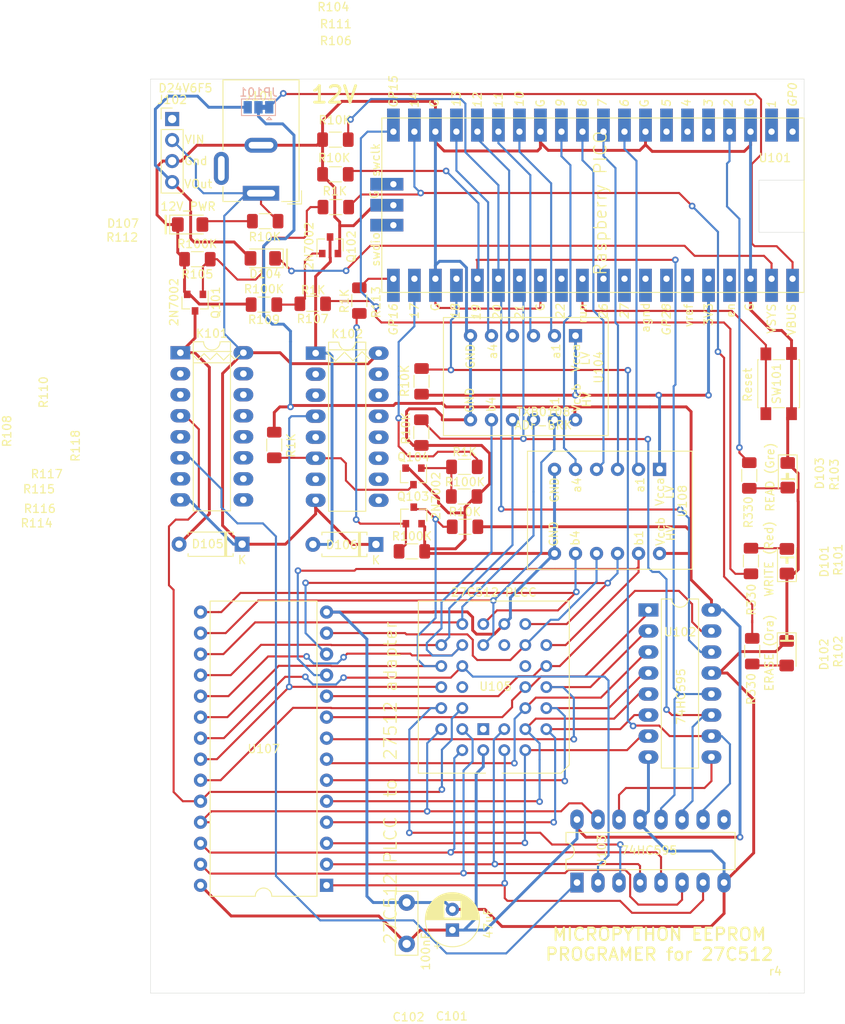
<source format=kicad_pcb>
(kicad_pcb (version 20171130) (host pcbnew 5.1.12-84ad8e8a86~92~ubuntu18.04.1)
  (title_block (date 2023-06-24) (rev 4))
  (layers (0 F.Cu signal) (31 B.Cu signal) (34 B.Paste user) (35 F.Paste user) (36 B.SilkS user) (37 F.SilkS user) (38 B.Mask user) (39 F.Mask user) (44 Edge.Cuts user))
  (net 0 "")
  (net 1 GND)
  (net 2 "Net-(D101-Pad2)")
  (net 3 "Net-(D102-Pad2)")
  (net 4 "Net-(D103-Pad2)")
  (net 5 "Net-(D104-Pad1)")
  (net 6 +5V)
  (net 7 +12V)
  (net 8 "Net-(D105-Pad2)")
  (net 9 "Net-(D106-Pad2)")
  (net 10 "Net-(J102-Pad1)")
  (net 11 "Net-(K101-Pad9)")
  (net 12 "Net-(K101-Pad11)")
  (net 13 /a9_vpp)
  (net 14 "Net-(K101-Pad13)")
  (net 15 /a9)
  (net 16 "Net-(K102-Pad13)")
  (net 17 /_oe_vpp)
  (net 18 "Net-(K102-Pad11)")
  (net 19 "Net-(K102-Pad9)")
  (net 20 "Net-(Q101-Pad1)")
  (net 21 "Net-(Q102-Pad1)")
  (net 22 /prog_oe)
  (net 23 /prog_a9)
  (net 24 "Net-(R103-Pad1)")
  (net 25 "Net-(R106-Pad1)")
  (net 26 "Net-(R108-Pad1)")
  (net 27 "Net-(R110-Pad2)")
  (net 28 +3V3)
  (net 29 "Net-(R111-Pad1)")
  (net 30 "Net-(SW101-Pad1)")
  (net 31 "Net-(U101-Pad1)")
  (net 32 "Net-(U101-Pad2)")
  (net 33 "Net-(U101-Pad5)")
  (net 34 "Net-(U101-Pad6)")
  (net 35 "Net-(U101-Pad7)")
  (net 36 /d1)
  (net 37 /d2)
  (net 38 /d3)
  (net 39 /d4)
  (net 40 /d5)
  (net 41 /d6)
  (net 42 /d7)
  (net 43 /d8)
  (net 44 "Net-(U101-Pad29)")
  (net 45 "Net-(U101-Pad31)")
  (net 46 "Net-(U101-Pad32)")
  (net 47 "Net-(U101-Pad33)")
  (net 48 "Net-(U101-Pad34)")
  (net 49 "Net-(U101-Pad35)")
  (net 50 "Net-(U101-Pad37)")
  (net 51 "Net-(U101-Pad41)")
  (net 52 "Net-(U101-Pad43)")
  (net 53 /a1)
  (net 54 "Net-(U102-Pad9)")
  (net 55 /a2)
  (net 56 /a3)
  (net 57 /a4)
  (net 58 /a5)
  (net 59 /a6)
  (net 60 /a7)
  (net 61 /a0)
  (net 62 /a8)
  (net 63 /a15)
  (net 64 /a14)
  (net 65 /a13)
  (net 66 /a12)
  (net 67 /a11)
  (net 68 /a10)
  (net 69 "Net-(U103-Pad9)")
  (net 70 "Net-(U105-Pad1)")
  (net 71 "Net-(U105-Pad12)")
  (net 72 /dd1)
  (net 73 /dd2)
  (net 74 /dd3)
  (net 75 "Net-(U105-Pad17)")
  (net 76 /dd4)
  (net 77 /dd5)
  (net 78 /dd6)
  (net 79 /dd7)
  (net 80 /dd8)
  (net 81 "Net-(U105-Pad26)")
  (net 82 "Net-(D107-Pad2)")
  (net 83 _oe_rom)
  (net 84 _ce_rom)
  (net 85 "Net-(Q103-Pad1)")
  (net 86 "Net-(Q104-Pad1)")
  (net 87 "Net-(R113-Pad2)")
  (net 88 "Net-(R114-Pad2)")
  (net 89 +5F)
  (net 90 /VUSB)
  (module Jumper:SolderJumper-3_P1.3mm_Bridged12_Pad1.0x1.5mm (layer B.Cu) (at 77.059 58.039 180)
    (fp_text reference JP101 (at 0 1.8) (layer B.SilkS) (effects (justify mirror)))
    (fp_text value "5V Power Supply Souce")
    (fp_poly (pts (xy -0.9 0.3) (xy -0.4 0.3) (xy -0.4 -0.3) (xy -0.9 -0.3)) (layer B.Cu) (width 0))
    (pad 2 smd rect (at 0 0 180) (size 1 1.5) (layers B.Cu B.Mask) (net 6 +5V))
    (pad 3 smd rect (at 1.3 0 180) (size 1 1.5) (layers B.Cu B.Mask) (net 89 +5F))
    (pad 1 smd rect (at -1.3 0 180) (size 1 1.5) (layers B.Cu B.Mask) (net 90 /VUSB))
  )
  (module breakout_mch:ADF757-12-W10.16 (layer F.Cu) (at 125.5522 101.8032 270)
    (fp_text reference U108 (at 3.83 -2.78 90) (layer F.SilkS))
    (fp_text value 4BITS-ADF-BRK)
    (fp_text user HV (at 7.73 -1.35 90) (layer F.SilkS))
    (fp_text user LV (at 2.76 -1.2 90) (layer F.SilkS))
    (fp_text user b4 (at 8.3 10.2 90) (layer F.SilkS))
    (fp_text user a4 (at 1.9 10 90) (layer F.SilkS))
    (fp_text user GND (at 2.5 12.7 90) (layer F.SilkS))
    (fp_text user b1 (at 8.3 2.5 90) (layer F.SilkS))
    (fp_text user GND (at 7.8 12.8 90) (layer F.SilkS))
    (fp_text user a1 (at 1.8796 2.3622 90) (layer F.SilkS))
    (fp_text user Vccb (at 7.5 -0.1 90) (layer F.SilkS))
    (fp_text user Vcca (at 2.6924 -0.0254 90) (layer F.SilkS))
    (pad 10 thru_hole oval (at 10.16 5.08 270) (size 1.6 1.6) (drill 0.8) (layers *.Cu *.Mask) (net 73 /dd2))
    (pad 9 thru_hole oval (at 10.16 7.62 270) (size 1.6 1.6) (drill 0.8) (layers *.Cu *.Mask) (net 74 /dd3))
    (pad 8 thru_hole oval (at 10.16 10.16 270) (size 1.6 1.6) (drill 0.8) (layers *.Cu *.Mask) (net 76 /dd4))
    (pad 7 thru_hole oval (at 10.16 12.7 270) (size 1.6 1.6) (drill 0.8) (layers *.Cu *.Mask) (net 1 GND))
    (pad 6 thru_hole oval (at 0 12.7 270) (size 1.6 1.6) (drill 0.8) (layers *.Cu *.Mask) (net 1 GND))
    (pad 5 thru_hole oval (at 0 10.16 270) (size 1.6 1.6) (drill 0.8) (layers *.Cu *.Mask) (net 39 /d4))
    (pad 4 thru_hole oval (at 0 7.62 270) (size 1.6 1.6) (drill 0.8) (layers *.Cu *.Mask) (net 38 /d3))
    (pad 3 thru_hole oval (at 0 5.08 270) (size 1.6 1.6) (drill 0.8) (layers *.Cu *.Mask) (net 37 /d2))
    (pad 12 thru_hole oval (at 10.16 0 270) (size 1.6 1.6) (drill 0.8) (layers *.Cu *.Mask) (net 6 +5V))
    (pad 2 thru_hole oval (at 0 2.54 270) (size 1.6 1.6) (drill 0.8) (layers *.Cu *.Mask) (net 36 /d1))
    (pad 11 thru_hole oval (at 10.16 2.54 270) (size 1.6 1.6) (drill 0.8) (layers *.Cu *.Mask) (net 72 /dd1))
    (pad 1 thru_hole rect (at 0 0 270) (size 1.6 1.6) (drill 0.8) (layers *.Cu *.Mask) (net 28 +3V3))
  )
  (module breakout_mch:ADF757-12-W10.16 (layer F.Cu) (at 115.3922 85.6488 270)
    (fp_text reference U104 (at 3.83 -2.78 90) (layer F.SilkS))
    (fp_text value 4BITS-ADF-BRK)
    (fp_text user HV (at 7.73 -1.35 90) (layer F.SilkS))
    (fp_text user LV (at 2.76 -1.2 90) (layer F.SilkS))
    (fp_text user b4 (at 8.3 10.2 90) (layer F.SilkS))
    (fp_text user a4 (at 1.9 10 90) (layer F.SilkS))
    (fp_text user GND (at 2.5 12.7 90) (layer F.SilkS))
    (fp_text user b1 (at 8.3 2.5 90) (layer F.SilkS))
    (fp_text user GND (at 7.8 12.8 90) (layer F.SilkS))
    (fp_text user a1 (at 1.8796 2.3622 90) (layer F.SilkS))
    (fp_text user Vccb (at 7.5 -0.1 90) (layer F.SilkS))
    (fp_text user Vcca (at 2.6924 -0.0254 90) (layer F.SilkS))
    (pad 10 thru_hole oval (at 10.16 5.08 270) (size 1.6 1.6) (drill 0.8) (layers *.Cu *.Mask) (net 78 /dd6))
    (pad 9 thru_hole oval (at 10.16 7.62 270) (size 1.6 1.6) (drill 0.8) (layers *.Cu *.Mask) (net 79 /dd7))
    (pad 8 thru_hole oval (at 10.16 10.16 270) (size 1.6 1.6) (drill 0.8) (layers *.Cu *.Mask) (net 80 /dd8))
    (pad 7 thru_hole oval (at 10.16 12.7 270) (size 1.6 1.6) (drill 0.8) (layers *.Cu *.Mask) (net 1 GND))
    (pad 6 thru_hole oval (at 0 12.7 270) (size 1.6 1.6) (drill 0.8) (layers *.Cu *.Mask) (net 1 GND))
    (pad 5 thru_hole oval (at 0 10.16 270) (size 1.6 1.6) (drill 0.8) (layers *.Cu *.Mask) (net 43 /d8))
    (pad 4 thru_hole oval (at 0 7.62 270) (size 1.6 1.6) (drill 0.8) (layers *.Cu *.Mask) (net 42 /d7))
    (pad 3 thru_hole oval (at 0 5.08 270) (size 1.6 1.6) (drill 0.8) (layers *.Cu *.Mask) (net 41 /d6))
    (pad 12 thru_hole oval (at 10.16 0 270) (size 1.6 1.6) (drill 0.8) (layers *.Cu *.Mask) (net 6 +5V))
    (pad 2 thru_hole oval (at 0 2.54 270) (size 1.6 1.6) (drill 0.8) (layers *.Cu *.Mask) (net 40 /d5))
    (pad 11 thru_hole oval (at 10.16 2.54 270) (size 1.6 1.6) (drill 0.8) (layers *.Cu *.Mask) (net 77 /dd5))
    (pad 1 thru_hole rect (at 0 0 270) (size 1.6 1.6) (drill 0.8) (layers *.Cu *.Mask) (net 28 +3V3))
  )
  (module Resistor_SMD:R_1206_3216Metric_Pad1.30x1.75mm_HandSolder (layer F.Cu) (at 78.9686 98.8568 270)
    (fp_text reference R118 (at 0.1016 24.0284 90) (layer F.SilkS))
    (fp_text value R1K)
    (pad 2 smd roundrect (at 1.55 0 270) (size 1.3 1.75) (layers F.Cu F.Paste F.Mask) (roundrect_rratio 0.1923069230769231) (net 83 _oe_rom))
    (pad 1 smd roundrect (at -1.55 0 270) (size 1.3 1.75) (layers F.Cu F.Paste F.Mask) (roundrect_rratio 0.1923069230769231) (net 6 +5V))
  )
  (module Resistor_SMD:R_1206_3216Metric_Pad1.30x1.75mm_HandSolder (layer F.Cu) (at 101.9296 105.0798 180)
    (fp_text reference R117 (at 50.4692 2.7178) (layer F.SilkS))
    (fp_text value R100K)
    (pad 2 smd roundrect (at 1.55 0 180) (size 1.3 1.75) (layers F.Cu F.Paste F.Mask) (roundrect_rratio 0.1923069230769231) (net 86 "Net-(Q104-Pad1)"))
    (pad 1 smd roundrect (at -1.55 0 180) (size 1.3 1.75) (layers F.Cu F.Paste F.Mask) (roundrect_rratio 0.1923069230769231) (net 1 GND))
  )
  (module Resistor_SMD:R_1206_3216Metric_Pad1.30x1.75mm_HandSolder (layer F.Cu) (at 102.0312 108.7374 180)
    (fp_text reference R116 (at 51.409 2.1844) (layer F.SilkS))
    (fp_text value R10K)
    (pad 2 smd roundrect (at 1.55 0 180) (size 1.3 1.75) (layers F.Cu F.Paste F.Mask) (roundrect_rratio 0.1923069230769231) (net 84 _ce_rom))
    (pad 1 smd roundrect (at -1.55 0 180) (size 1.3 1.75) (layers F.Cu F.Paste F.Mask) (roundrect_rratio 0.1923069230769231) (net 6 +5V))
  )
  (module Resistor_SMD:R_1206_3216Metric_Pad1.30x1.75mm_HandSolder (layer F.Cu) (at 95.605 111.7092 180)
    (fp_text reference R115 (at 45.0844 7.5184) (layer F.SilkS))
    (fp_text value R100K)
    (pad 2 smd roundrect (at 1.55 0 180) (size 1.3 1.75) (layers F.Cu F.Paste F.Mask) (roundrect_rratio 0.1923069230769231) (net 85 "Net-(Q103-Pad1)"))
    (pad 1 smd roundrect (at -1.55 0 180) (size 1.3 1.75) (layers F.Cu F.Paste F.Mask) (roundrect_rratio 0.1923069230769231) (net 1 GND))
  )
  (module Resistor_SMD:R_1206_3216Metric_Pad1.30x1.75mm_HandSolder (layer F.Cu) (at 101.955 101.4984)
    (fp_text reference R114 (at -51.7138 6.8072) (layer F.SilkS))
    (fp_text value R1K)
    (pad 2 smd roundrect (at 1.55 0) (size 1.3 1.75) (layers F.Cu F.Paste F.Mask) (roundrect_rratio 0.1923069230769231) (net 88 "Net-(R114-Pad2)"))
    (pad 1 smd roundrect (at -1.55 0) (size 1.3 1.75) (layers F.Cu F.Paste F.Mask) (roundrect_rratio 0.1923069230769231) (net 86 "Net-(Q104-Pad1)"))
  )
  (module Resistor_SMD:R_1206_3216Metric_Pad1.30x1.75mm_HandSolder (layer F.Cu) (at 89.2556 81.4076 90)
    (fp_text reference R113 (at -0.2032 2.0326 90) (layer F.SilkS))
    (fp_text value R1K)
    (pad 2 smd roundrect (at 1.55 0 90) (size 1.3 1.75) (layers F.Cu F.Paste F.Mask) (roundrect_rratio 0.1923069230769231) (net 87 "Net-(R113-Pad2)"))
    (pad 1 smd roundrect (at -1.55 0 90) (size 1.3 1.75) (layers F.Cu F.Paste F.Mask) (roundrect_rratio 0.1923069230769231) (net 85 "Net-(Q103-Pad1)"))
  )
  (module Package_TO_SOT_SMD:SOT-23 (layer F.Cu) (at 95.7986 102.6508 270)
    (fp_text reference Q104 (at -2.3368 0 180) (layer F.SilkS))
    (fp_text value 2N7002)
    (pad 3 smd rect (at 1 0 270) (size 0.9 0.8) (layers F.Cu F.Paste F.Mask) (net 83 _oe_rom))
    (pad 2 smd rect (at -1 0.95 270) (size 0.9 0.8) (layers F.Cu F.Paste F.Mask) (net 1 GND))
    (pad 1 smd rect (at -1 -0.95 270) (size 0.9 0.8) (layers F.Cu F.Paste F.Mask) (net 86 "Net-(Q104-Pad1)"))
  )
  (module Package_TO_SOT_SMD:SOT-23 (layer F.Cu) (at 95.8342 107.3658 90)
    (fp_text reference Q103 (at 2.286 -0.0762 180) (layer F.SilkS))
    (fp_text value 2N7002)
    (pad 3 smd rect (at 1 0 90) (size 0.9 0.8) (layers F.Cu F.Paste F.Mask) (net 84 _ce_rom))
    (pad 2 smd rect (at -1 0.95 90) (size 0.9 0.8) (layers F.Cu F.Paste F.Mask) (net 1 GND))
    (pad 1 smd rect (at -1 -0.95 90) (size 0.9 0.8) (layers F.Cu F.Paste F.Mask) (net 85 "Net-(Q103-Pad1)"))
  )
  (module Capacitor_THT:C_Disc_D7.5mm_W2.5mm_P5.00mm (layer F.Cu) (at 94.9706 154.1526 270)
    (fp_text reference C102 (at 13.843 -0.2286) (layer F.SilkS))
    (fp_text value C100nF)
    (pad 2 thru_hole circle (at 5 0 270) (size 2 2) (drill 1) (layers *.Cu *.Mask) (net 6 +5V))
    (pad 1 thru_hole circle (at 0 0 270) (size 2 2) (drill 1) (layers *.Cu *.Mask) (net 1 GND))
  )
  (module Capacitor_THT:CP_Radial_D6.3mm_P2.50mm (layer F.Cu) (at 100.5078 157.48 90)
    (fp_text reference C101 (at -10.414 -0.0762) (layer F.SilkS))
    (fp_text value C47uF)
    (pad 2 thru_hole circle (at 2.5 0 90) (size 1.6 1.6) (drill 0.8) (layers *.Cu *.Mask) (net 1 GND))
    (pad 1 thru_hole rect (at 0 0 90) (size 1.6 1.6) (drill 0.8) (layers *.Cu *.Mask) (net 6 +5V))
  )
  (module Resistor_SMD:R_1206_3216Metric_Pad1.30x1.75mm_HandSolder (layer F.Cu) (at 77.8758 71.8058)
    (fp_text reference R112 (at -17.2968 1.9558) (layer F.SilkS))
    (fp_text value R10K)
    (pad 2 smd roundrect (at 1.55 0) (size 1.3 1.75) (layers F.Cu F.Paste F.Mask) (roundrect_rratio 0.1923069230769231) (net 7 +12V))
    (pad 1 smd roundrect (at -1.55 0) (size 1.3 1.75) (layers F.Cu F.Paste F.Mask) (roundrect_rratio 0.1923069230769231) (net 82 "Net-(D107-Pad2)"))
  )
  (module LED_SMD:LED_1206_3216Metric_Pad1.42x1.75mm_HandSolder (layer F.Cu) (at 68.7943 72.2122)
    (fp_text reference D107 (at -8.1137 -0.127) (layer F.SilkS))
    (fp_text value 12V_PWR)
    (pad 2 smd roundrect (at 1.4875 0) (size 1.425 1.75) (layers F.Cu F.Paste F.Mask) (roundrect_rratio 0.1754385964912281) (net 82 "Net-(D107-Pad2)"))
    (pad 1 smd roundrect (at -1.4875 0) (size 1.425 1.75) (layers F.Cu F.Paste F.Mask) (roundrect_rratio 0.1754385964912281) (net 1 GND))
  )
  (module Resistor_SMD:R_1206_3216Metric_Pad1.30x1.75mm_HandSolder (layer F.Cu) (at 77.7234 81.8896 180)
    (fp_text reference R109 (at 0 -1.82) (layer F.SilkS))
    (fp_text value R100K)
    (pad 1 smd roundrect (at -1.55 0 180) (size 1.3 1.75) (layers F.Cu F.Paste F.Mask) (roundrect_rratio 0.1923069230769231) (net 21 "Net-(Q102-Pad1)"))
    (pad 2 smd roundrect (at 1.55 0 180) (size 1.3 1.75) (layers F.Cu F.Paste F.Mask) (roundrect_rratio 0.1923069230769231) (net 1 GND))
  )
  (module Package_LCC:PLCC-32_THT-Socket (layer F.Cu) (at 104.2416 133.1976 180)
    (fp_text reference U105 (at -1.4732 5.1562) (layer F.SilkS))
    (fp_text value 27C512PLCC)
    (pad 29 thru_hole circle (at 5.08 0 180) (size 1.4224 1.4224) (drill 0.8) (layers *.Cu *.Mask) (net 62 /a8))
    (pad 27 thru_hole circle (at 5.08 2.54 180) (size 1.4224 1.4224) (drill 0.8) (layers *.Cu *.Mask) (net 67 /a11))
    (pad 25 thru_hole circle (at 5.08 5.08 180) (size 1.4224 1.4224) (drill 0.8) (layers *.Cu *.Mask) (net 17 /_oe_vpp))
    (pad 23 thru_hole circle (at 5.08 7.62 180) (size 1.4224 1.4224) (drill 0.8) (layers *.Cu *.Mask) (net 84 _ce_rom))
    (pad 28 thru_hole circle (at 2.54 2.54 180) (size 1.4224 1.4224) (drill 0.8) (layers *.Cu *.Mask) (net 13 /a9_vpp))
    (pad 26 thru_hole circle (at 2.54 5.08 180) (size 1.4224 1.4224) (drill 0.8) (layers *.Cu *.Mask) (net 81 "Net-(U105-Pad26)"))
    (pad 24 thru_hole circle (at 2.54 7.62 180) (size 1.4224 1.4224) (drill 0.8) (layers *.Cu *.Mask) (net 68 /a10))
    (pad 22 thru_hole circle (at 2.54 10.16 180) (size 1.4224 1.4224) (drill 0.8) (layers *.Cu *.Mask) (net 80 /dd8))
    (pad 20 thru_hole circle (at 2.54 12.7 180) (size 1.4224 1.4224) (drill 0.8) (layers *.Cu *.Mask) (net 78 /dd6))
    (pad 18 thru_hole circle (at 0 12.7 180) (size 1.4224 1.4224) (drill 0.8) (layers *.Cu *.Mask) (net 76 /dd4))
    (pad 16 thru_hole circle (at -2.54 12.7 180) (size 1.4224 1.4224) (drill 0.8) (layers *.Cu *.Mask) (net 1 GND))
    (pad 14 thru_hole circle (at -5.08 12.7 180) (size 1.4224 1.4224) (drill 0.8) (layers *.Cu *.Mask) (net 73 /dd2))
    (pad 21 thru_hole circle (at 5.08 10.16 180) (size 1.4224 1.4224) (drill 0.8) (layers *.Cu *.Mask) (net 79 /dd7))
    (pad 19 thru_hole circle (at 0 10.16 180) (size 1.4224 1.4224) (drill 0.8) (layers *.Cu *.Mask) (net 77 /dd5))
    (pad 17 thru_hole circle (at -2.54 10.16 180) (size 1.4224 1.4224) (drill 0.8) (layers *.Cu *.Mask) (net 75 "Net-(U105-Pad17)"))
    (pad 15 thru_hole circle (at -5.08 10.16 180) (size 1.4224 1.4224) (drill 0.8) (layers *.Cu *.Mask) (net 74 /dd3))
    (pad 13 thru_hole circle (at -7.62 10.16 180) (size 1.4224 1.4224) (drill 0.8) (layers *.Cu *.Mask) (net 72 /dd1))
    (pad 11 thru_hole circle (at -7.62 7.62 180) (size 1.4224 1.4224) (drill 0.8) (layers *.Cu *.Mask) (net 61 /a0))
    (pad 9 thru_hole circle (at -7.62 5.08 180) (size 1.4224 1.4224) (drill 0.8) (layers *.Cu *.Mask) (net 55 /a2))
    (pad 7 thru_hole circle (at -7.62 2.54 180) (size 1.4224 1.4224) (drill 0.8) (layers *.Cu *.Mask) (net 57 /a4))
    (pad 5 thru_hole circle (at -7.62 0 180) (size 1.4224 1.4224) (drill 0.8) (layers *.Cu *.Mask) (net 59 /a6))
    (pad 12 thru_hole circle (at -5.08 7.62 180) (size 1.4224 1.4224) (drill 0.8) (layers *.Cu *.Mask) (net 71 "Net-(U105-Pad12)"))
    (pad 10 thru_hole circle (at -5.08 5.08 180) (size 1.4224 1.4224) (drill 0.8) (layers *.Cu *.Mask) (net 53 /a1))
    (pad 8 thru_hole circle (at -5.08 2.54 180) (size 1.4224 1.4224) (drill 0.8) (layers *.Cu *.Mask) (net 56 /a3))
    (pad 6 thru_hole circle (at -5.08 0 180) (size 1.4224 1.4224) (drill 0.8) (layers *.Cu *.Mask) (net 58 /a5))
    (pad 30 thru_hole circle (at 2.54 -2.54 180) (size 1.4224 1.4224) (drill 0.8) (layers *.Cu *.Mask) (net 65 /a13))
    (pad 32 thru_hole circle (at 0 -2.54 180) (size 1.4224 1.4224) (drill 0.8) (layers *.Cu *.Mask) (net 6 +5V))
    (pad 4 thru_hole circle (at -5.08 -2.54 180) (size 1.4224 1.4224) (drill 0.8) (layers *.Cu *.Mask) (net 60 /a7))
    (pad 2 thru_hole circle (at -2.54 -2.54 180) (size 1.4224 1.4224) (drill 0.8) (layers *.Cu *.Mask) (net 63 /a15))
    (pad 31 thru_hole circle (at 2.54 0 180) (size 1.4224 1.4224) (drill 0.8) (layers *.Cu *.Mask) (net 64 /a14))
    (pad 3 thru_hole circle (at -2.54 0 180) (size 1.4224 1.4224) (drill 0.8) (layers *.Cu *.Mask) (net 66 /a12))
    (pad 1 thru_hole rect (at 0 0 180) (size 1.4224 1.4224) (drill 0.8) (layers *.Cu *.Mask) (net 70 "Net-(U105-Pad1)"))
  )
  (module LED_SMD:LED_1206_3216Metric_Pad1.42x1.75mm_HandSolder (layer F.Cu) (at 140.9446 112.903 90)
    (fp_text reference D101 (at -0.0254 4.5212 90) (layer F.SilkS))
    (fp_text value Red=write)
    (pad 1 smd roundrect (at -1.4875 0 90) (size 1.425 1.75) (layers F.Cu F.Paste F.Mask) (roundrect_rratio 0.1754385964912281) (net 1 GND))
    (pad 2 smd roundrect (at 1.4875 0 90) (size 1.425 1.75) (layers F.Cu F.Paste F.Mask) (roundrect_rratio 0.1754385964912281) (net 2 "Net-(D101-Pad2)"))
  )
  (module LED_SMD:LED_1206_3216Metric_Pad1.42x1.75mm_HandSolder (layer F.Cu) (at 140.9192 124.0171 270)
    (fp_text reference D102 (at 0.1524 -4.5212 90) (layer F.SilkS))
    (fp_text value Orange=Erase)
    (pad 2 smd roundrect (at 1.4875 0 270) (size 1.425 1.75) (layers F.Cu F.Paste F.Mask) (roundrect_rratio 0.1754385964912281) (net 3 "Net-(D102-Pad2)"))
    (pad 1 smd roundrect (at -1.4875 0 270) (size 1.425 1.75) (layers F.Cu F.Paste F.Mask) (roundrect_rratio 0.1754385964912281) (net 1 GND))
  )
  (module LED_SMD:LED_1206_3216Metric_Pad1.42x1.75mm_HandSolder (layer F.Cu) (at 141.0462 102.5144 270)
    (fp_text reference D103 (at -0.2286 -3.8608 90) (layer F.SilkS))
    (fp_text value Green=read)
    (pad 1 smd roundrect (at -1.4875 0 270) (size 1.425 1.75) (layers F.Cu F.Paste F.Mask) (roundrect_rratio 0.1754385964912281) (net 1 GND))
    (pad 2 smd roundrect (at 1.4875 0 270) (size 1.425 1.75) (layers F.Cu F.Paste F.Mask) (roundrect_rratio 0.1754385964912281) (net 4 "Net-(D103-Pad2)"))
  )
  (module Diode_SMD:D_1206_3216Metric_Pad1.42x1.75mm_HandSolder (layer F.Cu) (at 77.5827 76.3016 180)
    (fp_text reference D104 (at -0.2937 -1.8796) (layer F.SilkS))
    (fp_text value D)
    (pad 1 smd roundrect (at -1.4875 0 180) (size 1.425 1.75) (layers F.Cu F.Paste F.Mask) (roundrect_rratio 0.1754385964912281) (net 5 "Net-(D104-Pad1)"))
    (pad 2 smd roundrect (at 1.4875 0 180) (size 1.425 1.75) (layers F.Cu F.Paste F.Mask) (roundrect_rratio 0.1754385964912281) (net 89 +5F))
  )
  (module Diode_THT:D_A-405_P7.62mm_Horizontal (layer F.Cu) (at 75.0824 110.8456 180)
    (fp_text reference D105 (at 4.1656 0.0254) (layer F.SilkS))
    (fp_text value D)
    (fp_text user K (at 0 -1.9) (layer F.SilkS))
    (pad 1 thru_hole rect (at 0 0 180) (size 1.8 1.8) (drill 0.9) (layers *.Cu *.Mask) (net 7 +12V))
    (pad 2 thru_hole oval (at 7.62 0 180) (size 1.8 1.8) (drill 0.9) (layers *.Cu *.Mask) (net 8 "Net-(D105-Pad2)"))
  )
  (module Diode_THT:D_A-405_P7.62mm_Horizontal (layer F.Cu) (at 91.2622 110.871 180)
    (fp_text reference D106 (at 4.1148 -0.0508) (layer F.SilkS))
    (fp_text value D)
    (fp_text user K (at 0 -1.9) (layer F.SilkS))
    (pad 2 thru_hole oval (at 7.62 0 180) (size 1.8 1.8) (drill 0.9) (layers *.Cu *.Mask) (net 9 "Net-(D106-Pad2)"))
    (pad 1 thru_hole rect (at 0 0 180) (size 1.8 1.8) (drill 0.9) (layers *.Cu *.Mask) (net 7 +12V))
  )
  (module Connector_BarrelJack:BarrelJack_Wuerth_6941xx301002 (layer F.Cu) (at 77.3684 68.4276 180)
    (fp_text reference J101 (at 0.127 11.7348) (layer F.SilkS))
    (fp_text value Jack-DC)
    (pad 3 thru_hole oval (at 4.8 3 270) (size 4 1.8) (drill oval 3 0.8) (layers *.Cu *.Mask))
    (pad 2 thru_hole oval (at 0 5.8 180) (size 4 1.8) (drill oval 3 0.8) (layers *.Cu *.Mask) (net 1 GND))
    (pad 1 thru_hole rect (at 0 0 180) (size 4.4 1.8) (drill oval 3.4 0.8) (layers *.Cu *.Mask) (net 7 +12V))
  )
  (module Connector_PinHeader_2.54mm:PinHeader_1x04_P2.54mm_Vertical (layer F.Cu) (at 66.6242 59.4614)
    (fp_text reference J102 (at 0 -2.33) (layer F.SilkS))
    (fp_text value Conn_D24V6F5_5V)
    (pad 1 thru_hole rect (at 0 0) (size 1.7 1.7) (drill 1) (layers *.Cu *.Mask) (net 10 "Net-(J102-Pad1)"))
    (pad 2 thru_hole oval (at 0 2.54) (size 1.7 1.7) (drill 1) (layers *.Cu *.Mask) (net 7 +12V))
    (pad 3 thru_hole oval (at 0 5.08) (size 1.7 1.7) (drill 1) (layers *.Cu *.Mask) (net 1 GND))
    (pad 4 thru_hole oval (at 0 7.62) (size 1.7 1.7) (drill 1) (layers *.Cu *.Mask) (net 89 +5F))
  )
  (module Package_DIP:DIP-16_W7.62mm_LongPads (layer F.Cu) (at 67.6148 87.7062)
    (fp_text reference K101 (at 3.81 -2.33) (layer F.SilkS))
    (fp_text value MT2-C93402-IC-Relay)
    (pad 1 thru_hole rect (at 0 0) (size 2.4 1.6) (drill 0.8) (layers *.Cu *.Mask) (net 8 "Net-(D105-Pad2)"))
    (pad 9 thru_hole oval (at 7.62 17.78) (size 2.4 1.6) (drill 0.8) (layers *.Cu *.Mask) (net 11 "Net-(K101-Pad9)"))
    (pad 2 thru_hole oval (at 0 2.54) (size 2.4 1.6) (drill 0.8) (layers *.Cu *.Mask))
    (pad 10 thru_hole oval (at 7.62 15.24) (size 2.4 1.6) (drill 0.8) (layers *.Cu *.Mask))
    (pad 3 thru_hole oval (at 0 5.08) (size 2.4 1.6) (drill 0.8) (layers *.Cu *.Mask))
    (pad 11 thru_hole oval (at 7.62 12.7) (size 2.4 1.6) (drill 0.8) (layers *.Cu *.Mask) (net 12 "Net-(K101-Pad11)"))
    (pad 4 thru_hole oval (at 0 7.62) (size 2.4 1.6) (drill 0.8) (layers *.Cu *.Mask) (net 13 /a9_vpp))
    (pad 12 thru_hole oval (at 7.62 10.16) (size 2.4 1.6) (drill 0.8) (layers *.Cu *.Mask))
    (pad 5 thru_hole oval (at 0 10.16) (size 2.4 1.6) (drill 0.8) (layers *.Cu *.Mask))
    (pad 13 thru_hole oval (at 7.62 7.62) (size 2.4 1.6) (drill 0.8) (layers *.Cu *.Mask) (net 14 "Net-(K101-Pad13)"))
    (pad 6 thru_hole oval (at 0 12.7) (size 2.4 1.6) (drill 0.8) (layers *.Cu *.Mask) (net 15 /a9))
    (pad 14 thru_hole oval (at 7.62 5.08) (size 2.4 1.6) (drill 0.8) (layers *.Cu *.Mask))
    (pad 7 thru_hole oval (at 0 15.24) (size 2.4 1.6) (drill 0.8) (layers *.Cu *.Mask))
    (pad 15 thru_hole oval (at 7.62 2.54) (size 2.4 1.6) (drill 0.8) (layers *.Cu *.Mask))
    (pad 8 thru_hole oval (at 0 17.78) (size 2.4 1.6) (drill 0.8) (layers *.Cu *.Mask) (net 7 +12V))
    (pad 16 thru_hole oval (at 7.62 0) (size 2.4 1.6) (drill 0.8) (layers *.Cu *.Mask) (net 7 +12V))
  )
  (module Package_DIP:DIP-16_W7.62mm_LongPads (layer F.Cu) (at 83.9724 87.757)
    (fp_text reference K102 (at 3.81 -2.33) (layer F.SilkS))
    (fp_text value MT2-C93402-IC-Relay)
    (pad 16 thru_hole oval (at 7.62 0) (size 2.4 1.6) (drill 0.8) (layers *.Cu *.Mask) (net 7 +12V))
    (pad 8 thru_hole oval (at 0 17.78) (size 2.4 1.6) (drill 0.8) (layers *.Cu *.Mask) (net 7 +12V))
    (pad 15 thru_hole oval (at 7.62 2.54) (size 2.4 1.6) (drill 0.8) (layers *.Cu *.Mask))
    (pad 7 thru_hole oval (at 0 15.24) (size 2.4 1.6) (drill 0.8) (layers *.Cu *.Mask))
    (pad 14 thru_hole oval (at 7.62 5.08) (size 2.4 1.6) (drill 0.8) (layers *.Cu *.Mask))
    (pad 6 thru_hole oval (at 0 12.7) (size 2.4 1.6) (drill 0.8) (layers *.Cu *.Mask) (net 83 _oe_rom))
    (pad 13 thru_hole oval (at 7.62 7.62) (size 2.4 1.6) (drill 0.8) (layers *.Cu *.Mask) (net 16 "Net-(K102-Pad13)"))
    (pad 5 thru_hole oval (at 0 10.16) (size 2.4 1.6) (drill 0.8) (layers *.Cu *.Mask))
    (pad 12 thru_hole oval (at 7.62 10.16) (size 2.4 1.6) (drill 0.8) (layers *.Cu *.Mask))
    (pad 4 thru_hole oval (at 0 7.62) (size 2.4 1.6) (drill 0.8) (layers *.Cu *.Mask) (net 17 /_oe_vpp))
    (pad 11 thru_hole oval (at 7.62 12.7) (size 2.4 1.6) (drill 0.8) (layers *.Cu *.Mask) (net 18 "Net-(K102-Pad11)"))
    (pad 3 thru_hole oval (at 0 5.08) (size 2.4 1.6) (drill 0.8) (layers *.Cu *.Mask))
    (pad 10 thru_hole oval (at 7.62 15.24) (size 2.4 1.6) (drill 0.8) (layers *.Cu *.Mask))
    (pad 2 thru_hole oval (at 0 2.54) (size 2.4 1.6) (drill 0.8) (layers *.Cu *.Mask))
    (pad 9 thru_hole oval (at 7.62 17.78) (size 2.4 1.6) (drill 0.8) (layers *.Cu *.Mask) (net 19 "Net-(K102-Pad9)"))
    (pad 1 thru_hole rect (at 0 0) (size 2.4 1.6) (drill 0.8) (layers *.Cu *.Mask) (net 9 "Net-(D106-Pad2)"))
  )
  (module Package_TO_SOT_SMD:SOT-23 (layer F.Cu) (at 69.3928 81.6516 270)
    (fp_text reference Q101 (at 0 -2.5 90) (layer F.SilkS))
    (fp_text value 2N7002)
    (pad 1 smd rect (at -1 -0.95 270) (size 0.9 0.8) (layers F.Cu F.Paste F.Mask) (net 20 "Net-(Q101-Pad1)"))
    (pad 2 smd rect (at -1 0.95 270) (size 0.9 0.8) (layers F.Cu F.Paste F.Mask) (net 1 GND))
    (pad 3 smd rect (at 1 0 270) (size 0.9 0.8) (layers F.Cu F.Paste F.Mask) (net 8 "Net-(D105-Pad2)"))
  )
  (module Package_TO_SOT_SMD:SOT-23 (layer F.Cu) (at 85.7148 74.7174 90)
    (fp_text reference Q102 (at -0.1618 2.5756 90) (layer F.SilkS))
    (fp_text value 2N7002)
    (pad 3 smd rect (at 1 0 90) (size 0.9 0.8) (layers F.Cu F.Paste F.Mask) (net 9 "Net-(D106-Pad2)"))
    (pad 2 smd rect (at -1 0.95 90) (size 0.9 0.8) (layers F.Cu F.Paste F.Mask) (net 1 GND))
    (pad 1 smd rect (at -1 -0.95 90) (size 0.9 0.8) (layers F.Cu F.Paste F.Mask) (net 21 "Net-(Q102-Pad1)"))
  )
  (module Resistor_SMD:R_1206_3216Metric_Pad1.30x1.75mm_HandSolder (layer F.Cu) (at 136.6012 112.877 90)
    (fp_text reference R101 (at 0.1518 10.541 90) (layer F.SilkS))
    (fp_text value R330)
    (pad 1 smd roundrect (at -1.55 0 90) (size 1.3 1.75) (layers F.Cu F.Paste F.Mask) (roundrect_rratio 0.1923069230769231) (net 22 /prog_oe))
    (pad 2 smd roundrect (at 1.55 0 90) (size 1.3 1.75) (layers F.Cu F.Paste F.Mask) (roundrect_rratio 0.1923069230769231) (net 2 "Net-(D101-Pad2)"))
  )
  (module Resistor_SMD:R_1206_3216Metric_Pad1.30x1.75mm_HandSolder (layer F.Cu) (at 136.7536 123.7748 270)
    (fp_text reference R102 (at 0.0508 -10.3886 90) (layer F.SilkS))
    (fp_text value R330)
    (pad 2 smd roundrect (at 1.55 0 270) (size 1.3 1.75) (layers F.Cu F.Paste F.Mask) (roundrect_rratio 0.1923069230769231) (net 3 "Net-(D102-Pad2)"))
    (pad 1 smd roundrect (at -1.55 0 270) (size 1.3 1.75) (layers F.Cu F.Paste F.Mask) (roundrect_rratio 0.1923069230769231) (net 23 /prog_a9))
  )
  (module Resistor_SMD:R_1206_3216Metric_Pad1.30x1.75mm_HandSolder (layer F.Cu) (at 136.398 102.5398 270)
    (fp_text reference R103 (at -0.1016 -10.287 90) (layer F.SilkS))
    (fp_text value R330)
    (pad 1 smd roundrect (at -1.55 0 270) (size 1.3 1.75) (layers F.Cu F.Paste F.Mask) (roundrect_rratio 0.1923069230769231) (net 24 "Net-(R103-Pad1)"))
    (pad 2 smd roundrect (at 1.55 0 270) (size 1.3 1.75) (layers F.Cu F.Paste F.Mask) (roundrect_rratio 0.1923069230769231) (net 4 "Net-(D103-Pad2)"))
  )
  (module Resistor_SMD:R_1206_3216Metric_Pad1.30x1.75mm_HandSolder (layer F.Cu) (at 86.4102 70.104 180)
    (fp_text reference R104 (at 0.3042 24.1808) (layer F.SilkS))
    (fp_text value R10K)
    (pad 1 smd roundrect (at -1.55 0 180) (size 1.3 1.75) (layers F.Cu F.Paste F.Mask) (roundrect_rratio 0.1923069230769231) (net 23 /prog_a9))
    (pad 2 smd roundrect (at 1.55 0 180) (size 1.3 1.75) (layers F.Cu F.Paste F.Mask) (roundrect_rratio 0.1923069230769231) (net 20 "Net-(Q101-Pad1)"))
  )
  (module Resistor_SMD:R_1206_3216Metric_Pad1.30x1.75mm_HandSolder (layer F.Cu) (at 69.6716 76.4032 180)
    (fp_text reference R105 (at 0 -1.82) (layer F.SilkS))
    (fp_text value R100K)
    (pad 2 smd roundrect (at 1.55 0 180) (size 1.3 1.75) (layers F.Cu F.Paste F.Mask) (roundrect_rratio 0.1923069230769231) (net 1 GND))
    (pad 1 smd roundrect (at -1.55 0 180) (size 1.3 1.75) (layers F.Cu F.Paste F.Mask) (roundrect_rratio 0.1923069230769231) (net 20 "Net-(Q101-Pad1)"))
  )
  (module Resistor_SMD:R_1206_3216Metric_Pad1.30x1.75mm_HandSolder (layer F.Cu) (at 86.3594 61.9506 180)
    (fp_text reference R106 (at -0.0514 11.938) (layer F.SilkS))
    (fp_text value R10K)
    (pad 2 smd roundrect (at 1.55 0 180) (size 1.3 1.75) (layers F.Cu F.Paste F.Mask) (roundrect_rratio 0.1923069230769231) (net 1 GND))
    (pad 1 smd roundrect (at -1.55 0 180) (size 1.3 1.75) (layers F.Cu F.Paste F.Mask) (roundrect_rratio 0.1923069230769231) (net 25 "Net-(R106-Pad1)"))
  )
  (module Resistor_SMD:R_1206_3216Metric_Pad1.30x1.75mm_HandSolder (layer F.Cu) (at 83.6174 81.788 180)
    (fp_text reference R107 (at 0 -1.82) (layer F.SilkS))
    (fp_text value R1K)
    (pad 2 smd roundrect (at 1.55 0 180) (size 1.3 1.75) (layers F.Cu F.Paste F.Mask) (roundrect_rratio 0.1923069230769231) (net 21 "Net-(Q102-Pad1)"))
    (pad 1 smd roundrect (at -1.55 0 180) (size 1.3 1.75) (layers F.Cu F.Paste F.Mask) (roundrect_rratio 0.1923069230769231) (net 22 /prog_oe))
  )
  (module Resistor_SMD:R_1206_3216Metric_Pad1.30x1.75mm_HandSolder (layer F.Cu) (at 96.7486 97.3576 270)
    (fp_text reference R108 (at -0.1772 50.0888 90) (layer F.SilkS))
    (fp_text value R10K)
    (pad 1 smd roundrect (at -1.55 0 270) (size 1.3 1.75) (layers F.Cu F.Paste F.Mask) (roundrect_rratio 0.1923069230769231) (net 26 "Net-(R108-Pad1)"))
    (pad 2 smd roundrect (at 1.55 0 270) (size 1.3 1.75) (layers F.Cu F.Paste F.Mask) (roundrect_rratio 0.1923069230769231) (net 1 GND))
  )
  (module Resistor_SMD:R_1206_3216Metric_Pad1.30x1.75mm_HandSolder (layer F.Cu) (at 96.774 91.1606 90)
    (fp_text reference R110 (at -1.3202 -45.6946 90) (layer F.SilkS))
    (fp_text value R10K)
    (pad 2 smd roundrect (at 1.55 0 90) (size 1.3 1.75) (layers F.Cu F.Paste F.Mask) (roundrect_rratio 0.1923069230769231) (net 27 "Net-(R110-Pad2)"))
    (pad 1 smd roundrect (at -1.55 0 90) (size 1.3 1.75) (layers F.Cu F.Paste F.Mask) (roundrect_rratio 0.1923069230769231) (net 28 +3V3))
  )
  (module Resistor_SMD:R_1206_3216Metric_Pad1.30x1.75mm_HandSolder (layer F.Cu) (at 86.3594 66.1416 180)
    (fp_text reference R111 (at -0.0514 18.161) (layer F.SilkS))
    (fp_text value R10K)
    (pad 1 smd roundrect (at -1.55 0 180) (size 1.3 1.75) (layers F.Cu F.Paste F.Mask) (roundrect_rratio 0.1923069230769231) (net 29 "Net-(R111-Pad1)"))
    (pad 2 smd roundrect (at 1.55 0 180) (size 1.3 1.75) (layers F.Cu F.Paste F.Mask) (roundrect_rratio 0.1923069230769231) (net 1 GND))
  )
  (module Button_Switch_SMD_mch:SW_Push_TL3305G_NO_4.5x4.5mm_H4.5mm (layer F.Cu) (at 138.4046 94.996 90)
    (fp_text reference SW101 (at 3.556 1.2954 90) (layer F.SilkS))
    (fp_text value Reset)
    (pad 2 smd rect (at -0.075 3.1 90) (size 1.55 1.3) (layers F.Cu F.Paste F.Mask) (net 1 GND))
    (pad 1 smd rect (at -0.075 0 90) (size 1.55 1.3) (layers F.Cu F.Paste F.Mask) (net 30 "Net-(SW101-Pad1)"))
    (pad 1 smd rect (at 7.15 0 90) (size 1.55 1.3) (layers F.Cu F.Paste F.Mask) (net 30 "Net-(SW101-Pad1)"))
    (pad 2 smd rect (at 7.2 3.1 90) (size 1.55 1.3) (layers F.Cu F.Paste F.Mask) (net 1 GND))
  )
  (module raspberry:PICO (layer F.Cu) (at 141.6304 60.9854 270)
    (fp_text reference U101 (at 3.175 2.1336 180) (layer F.SilkS))
    (fp_text value pico)
    (fp_text user G (at 21.209 5.207 90) (layer F.SilkS))
    (fp_text user VBUS (at 22.733 0.127 90) (layer F.SilkS))
    (fp_text user VSYS (at 22.606 2.54 90) (layer F.SilkS))
    (fp_text user 3V3 (at 22.098 10.16 90) (layer F.SilkS))
    (fp_text user G (at 21.209 43.18 90) (layer F.SilkS))
    (fp_text user G (at 21.209 30.48 90) (layer F.SilkS))
    (fp_text user agnd (at 22.479 17.78 90) (layer F.SilkS))
    (fp_text user G (at -2.921 5.207 90) (layer F.SilkS) (effects (justify left)))
    (fp_text user G (at -3.429 17.907 90) (layer F.SilkS))
    (fp_text user G (at -3.429 30.48 90) (layer F.SilkS))
    (fp_text user G (at -3.429 43.307 90) (layer F.SilkS))
    (fp_text user GP0 (at -4.445 0 90) (layer F.SilkS) (effects (font (thickness 0.15) italic)))
    (fp_text user 1 (at -3.302 2.54 90) (layer F.SilkS) (effects (font (thickness 0.15) italic)))
    (fp_text user 2 (at -3.429 7.747 90) (layer F.SilkS) (effects (font (thickness 0.15) italic)))
    (fp_text user 3 (at -3.429 10.16 90) (layer F.SilkS) (effects (font (thickness 0.15) italic)))
    (fp_text user 4 (at -3.429 12.827 90) (layer F.SilkS) (effects (font (thickness 0.15) italic)))
    (fp_text user 5 (at -3.429 15.24 90) (layer F.SilkS) (effects (font (thickness 0.15) italic)))
    (fp_text user 6 (at -3.429 20.32 90) (layer F.SilkS) (effects (font (thickness 0.15) italic)))
    (fp_text user 7 (at -3.429 22.987 90) (layer F.SilkS) (effects (font (thickness 0.15) italic)))
    (fp_text user 8 (at -3.429 25.4 90) (layer F.SilkS) (effects (font (thickness 0.15) italic)))
    (fp_text user 9 (at -3.429 28.067 90) (layer F.SilkS) (effects (font (thickness 0.15) italic)))
    (fp_text user 10 (at -3.937 33.02 90) (layer F.SilkS) (effects (font (thickness 0.15) italic)))
    (fp_text user 11 (at -3.81 35.56 90) (layer F.SilkS) (effects (font (thickness 0.15) italic)))
    (fp_text user 12 (at -3.81 38.1 90) (layer F.SilkS) (effects (font (thickness 0.15) italic)))
    (fp_text user 13 (at -3.937 40.64 90) (layer F.SilkS) (effects (font (thickness 0.15) italic)))
    (fp_text user 14 (at -3.81 45.72 90) (layer F.SilkS) (effects (font (thickness 0.15) italic)))
    (fp_text user GP15 (at -4.826 48.26 90) (layer F.SilkS) (effects (font (thickness 0.15) italic)))
    (fp_text user GP16 (at 22.733 48.26 90) (layer F.SilkS) (effects (font (thickness 0.15) italic)))
    (fp_text user 17 (at 21.717 45.72 90) (layer F.SilkS) (effects (font (thickness 0.15) italic)))
    (fp_text user 18 (at 21.717 40.767 90) (layer F.SilkS) (effects (font (thickness 0.15) italic)))
    (fp_text user 19 (at 21.844 38.227 90) (layer F.SilkS) (effects (font (thickness 0.15) italic)))
    (fp_text user 21 (at 21.844 33.02 90) (layer F.SilkS) (effects (font (thickness 0.15) italic)))
    (fp_text user 22 (at 21.717 28.067 90) (layer F.SilkS) (effects (font (thickness 0.15) italic)))
    (fp_text user 20 (at 21.844 35.687 90) (layer F.SilkS) (effects (font (thickness 0.15) italic)))
    (fp_text user GP28 (at 22.733 15.24 90) (layer F.SilkS) (effects (font (thickness 0.15) italic)))
    (fp_text user run (at 21.971 25.4 90) (layer F.SilkS))
    (fp_text user 26 (at 21.717 22.86 90) (layer F.SilkS) (effects (font (thickness 0.15) italic)))
    (fp_text user 27 (at 21.717 20.32 90) (layer F.SilkS) (effects (font (thickness 0.15) italic)))
    (fp_text user vref (at 22.225 12.573 90) (layer F.SilkS))
    (fp_text user swdio (at 14.224 50.419 90) (layer F.SilkS))
    (fp_text user swclk (at 3.429 50.419 90) (layer F.SilkS))
    (fp_text user G (at 7.62 50.546 90) (layer F.SilkS))
    (fp_text user "Raspberry PICO" (at 8.636 23.241 270) (layer F.SilkS) (effects (font (size 1.5 1.5))))
    (fp_text user en (at 21.59 7.493 90) (layer F.SilkS))
    (pad 1 thru_hole rect (at 0 0 270) (size 3.99 1.524) (drill 0.762 (offset -0.79 0)) (layers *.Cu *.Mask) (net 31 "Net-(U101-Pad1)"))
    (pad 2 thru_hole rect (at 0 2.54 270) (size 3.99 1.524) (drill 0.762 (offset -0.79 0)) (layers *.Cu *.Mask) (net 32 "Net-(U101-Pad2)"))
    (pad 3 thru_hole rect (at 0 5.08 270) (size 3.99 1.524) (drill 0.762 (offset -0.79 0)) (layers *.Cu *.Mask) (net 1 GND))
    (pad 4 thru_hole rect (at 0 7.62 270) (size 3.99 1.524) (drill 0.762 (offset -0.79 0)) (layers *.Cu *.Mask) (net 24 "Net-(R103-Pad1)"))
    (pad 5 thru_hole rect (at 0 10.16 270) (size 3.99 1.524) (drill 0.762 (offset -0.79 0)) (layers *.Cu *.Mask) (net 33 "Net-(U101-Pad5)"))
    (pad 6 thru_hole rect (at 0 12.7 270) (size 3.99 1.524) (drill 0.762 (offset -0.79 0)) (layers *.Cu *.Mask) (net 34 "Net-(U101-Pad6)"))
    (pad 7 thru_hole rect (at 0 15.24 270) (size 3.99 1.524) (drill 0.762 (offset -0.79 0)) (layers *.Cu *.Mask) (net 35 "Net-(U101-Pad7)"))
    (pad 8 thru_hole rect (at 0 17.78 270) (size 3.99 1.524) (drill 0.762 (offset -0.79 0)) (layers *.Cu *.Mask) (net 1 GND))
    (pad 9 thru_hole rect (at 0 20.32 270) (size 3.99 1.524) (drill 0.762 (offset -0.79 0)) (layers *.Cu *.Mask) (net 36 /d1))
    (pad 10 thru_hole rect (at 0 22.86 270) (size 3.99 1.524) (drill 0.762 (offset -0.79 0)) (layers *.Cu *.Mask) (net 37 /d2))
    (pad 11 thru_hole rect (at 0 25.4 270) (size 3.99 1.524) (drill 0.762 (offset -0.79 0)) (layers *.Cu *.Mask) (net 38 /d3))
    (pad 12 thru_hole rect (at 0 27.94 270) (size 3.99 1.524) (drill 0.762 (offset -0.79 0)) (layers *.Cu *.Mask) (net 39 /d4))
    (pad 13 thru_hole rect (at 0 30.48 270) (size 3.99 1.524) (drill 0.762 (offset -0.79 0)) (layers *.Cu *.Mask) (net 1 GND))
    (pad 14 thru_hole rect (at 0 33.02 270) (size 3.99 1.524) (drill 0.762 (offset -0.79 0)) (layers *.Cu *.Mask) (net 40 /d5))
    (pad 15 thru_hole rect (at 0 35.56 270) (size 3.99 1.524) (drill 0.762 (offset -0.79 0)) (layers *.Cu *.Mask) (net 41 /d6))
    (pad 16 thru_hole rect (at 0 38.1 270) (size 3.99 1.524) (drill 0.762 (offset -0.79 0)) (layers *.Cu *.Mask) (net 42 /d7))
    (pad 17 thru_hole rect (at 0 40.64 270) (size 3.99 1.524) (drill 0.762 (offset -0.79 0)) (layers *.Cu *.Mask) (net 43 /d8))
    (pad 18 thru_hole rect (at 0 43.18 270) (size 3.99 1.524) (drill 0.762 (offset -0.79 0)) (layers *.Cu *.Mask) (net 1 GND))
    (pad 19 thru_hole rect (at 0 45.72 270) (size 3.99 1.524) (drill 0.762 (offset -0.79 0)) (layers *.Cu *.Mask) (net 23 /prog_a9))
    (pad 20 thru_hole rect (at 0 48.26 270) (size 3.99 1.524) (drill 0.762 (offset -0.79 0)) (layers *.Cu *.Mask) (net 22 /prog_oe))
    (pad 21 thru_hole rect (at 17.78 48.26 270) (size 3.99 1.524) (drill 0.762 (offset 0.79 0)) (layers *.Cu *.Mask) (net 87 "Net-(R113-Pad2)"))
    (pad 22 thru_hole rect (at 17.78 45.72 270) (size 3.99 1.524) (drill 0.762 (offset 0.79 0)) (layers *.Cu *.Mask) (net 88 "Net-(R114-Pad2)"))
    (pad 23 thru_hole rect (at 17.78 43.18 270) (size 3.99 1.524) (drill 0.762 (offset 0.79 0)) (layers *.Cu *.Mask) (net 1 GND))
    (pad 24 thru_hole rect (at 17.78 40.64 270) (size 3.99 1.524) (drill 0.762 (offset 0.79 0)) (layers *.Cu *.Mask) (net 27 "Net-(R110-Pad2)"))
    (pad 25 thru_hole rect (at 17.78 38.1 270) (size 3.99 1.524) (drill 0.762 (offset 0.79 0)) (layers *.Cu *.Mask) (net 29 "Net-(R111-Pad1)"))
    (pad 26 thru_hole rect (at 17.78 35.56 270) (size 3.99 1.524) (drill 0.762 (offset 0.79 0)) (layers *.Cu *.Mask) (net 25 "Net-(R106-Pad1)"))
    (pad 27 thru_hole rect (at 17.78 33.02 270) (size 3.99 1.524) (drill 0.762 (offset 0.79 0)) (layers *.Cu *.Mask) (net 26 "Net-(R108-Pad1)"))
    (pad 28 thru_hole rect (at 17.78 30.48 270) (size 3.99 1.524) (drill 0.762 (offset 0.79 0)) (layers *.Cu *.Mask) (net 1 GND))
    (pad 29 thru_hole rect (at 17.78 27.94 270) (size 3.99 1.524) (drill 0.762 (offset 0.79 0)) (layers *.Cu *.Mask) (net 44 "Net-(U101-Pad29)"))
    (pad 30 thru_hole rect (at 17.78 25.4 270) (size 3.99 1.524) (drill 0.762 (offset 0.79 0)) (layers *.Cu *.Mask) (net 30 "Net-(SW101-Pad1)"))
    (pad 31 thru_hole rect (at 17.78 22.86 270) (size 3.99 1.524) (drill 0.762 (offset 0.79 0)) (layers *.Cu *.Mask) (net 45 "Net-(U101-Pad31)"))
    (pad 32 thru_hole rect (at 17.78 20.32 270) (size 3.99 1.524) (drill 0.762 (offset 0.79 0)) (layers *.Cu *.Mask) (net 46 "Net-(U101-Pad32)"))
    (pad 33 thru_hole rect (at 17.78 17.78 270) (size 3.99 1.524) (drill 0.762 (offset 0.79 0)) (layers *.Cu *.Mask) (net 47 "Net-(U101-Pad33)"))
    (pad 34 thru_hole rect (at 17.78 15.24 270) (size 3.99 1.524) (drill 0.762 (offset 0.79 0)) (layers *.Cu *.Mask) (net 48 "Net-(U101-Pad34)"))
    (pad 35 thru_hole rect (at 17.78 12.7 270) (size 3.99 1.524) (drill 0.762 (offset 0.79 0)) (layers *.Cu *.Mask) (net 49 "Net-(U101-Pad35)"))
    (pad 36 thru_hole rect (at 17.78 10.16 270) (size 3.99 1.524) (drill 0.762 (offset 0.79 0)) (layers *.Cu *.Mask) (net 28 +3V3))
    (pad 37 thru_hole rect (at 17.78 7.62 270) (size 3.99 1.524) (drill 0.762 (offset 0.79 0)) (layers *.Cu *.Mask) (net 50 "Net-(U101-Pad37)"))
    (pad 38 thru_hole rect (at 17.78 5.08 270) (size 3.99 1.524) (drill 0.762 (offset 0.79 0)) (layers *.Cu *.Mask) (net 1 GND))
    (pad 39 thru_hole rect (at 17.78 2.54 270) (size 3.99 1.524) (drill 0.762 (offset 0.79 0)) (layers *.Cu *.Mask) (net 5 "Net-(D104-Pad1)"))
    (pad 40 thru_hole rect (at 17.78 0 270) (size 3.99 1.524) (drill 0.762 (offset 0.79 0)) (layers *.Cu *.Mask) (net 90 /VUSB))
    (pad 41 thru_hole rect (at 6.35 48.26 180) (size 3.99 1.524) (drill 0.762 (offset 0.79 0)) (layers *.Cu *.Mask) (net 51 "Net-(U101-Pad41)"))
    (pad 42 thru_hole rect (at 8.89 48.26 180) (size 3.99 1.524) (drill 0.762 (offset 0.79 0)) (layers *.Cu *.Mask) (net 1 GND))
    (pad 43 thru_hole rect (at 11.303 48.26 180) (size 3.99 1.524) (drill 0.762 (offset 0.79 0)) (layers *.Cu *.Mask) (net 52 "Net-(U101-Pad43)"))
  )
  (module Package_DIP:DIP-16_W7.62mm_LongPads (layer F.Cu) (at 124.206 118.7958)
    (fp_text reference U102 (at 3.8354 2.667) (layer F.SilkS))
    (fp_text value 74AHC595)
    (pad 1 thru_hole rect (at 0 0) (size 2.4 1.6) (drill 0.8) (layers *.Cu *.Mask) (net 53 /a1))
    (pad 9 thru_hole oval (at 7.62 17.78) (size 2.4 1.6) (drill 0.8) (layers *.Cu *.Mask) (net 54 "Net-(U102-Pad9)"))
    (pad 2 thru_hole oval (at 0 2.54) (size 2.4 1.6) (drill 0.8) (layers *.Cu *.Mask) (net 55 /a2))
    (pad 10 thru_hole oval (at 7.62 15.24) (size 2.4 1.6) (drill 0.8) (layers *.Cu *.Mask) (net 27 "Net-(R110-Pad2)"))
    (pad 3 thru_hole oval (at 0 5.08) (size 2.4 1.6) (drill 0.8) (layers *.Cu *.Mask) (net 56 /a3))
    (pad 11 thru_hole oval (at 7.62 12.7) (size 2.4 1.6) (drill 0.8) (layers *.Cu *.Mask) (net 26 "Net-(R108-Pad1)"))
    (pad 4 thru_hole oval (at 0 7.62) (size 2.4 1.6) (drill 0.8) (layers *.Cu *.Mask) (net 57 /a4))
    (pad 12 thru_hole oval (at 7.62 10.16) (size 2.4 1.6) (drill 0.8) (layers *.Cu *.Mask) (net 29 "Net-(R111-Pad1)"))
    (pad 5 thru_hole oval (at 0 10.16) (size 2.4 1.6) (drill 0.8) (layers *.Cu *.Mask) (net 58 /a5))
    (pad 13 thru_hole oval (at 7.62 7.62) (size 2.4 1.6) (drill 0.8) (layers *.Cu *.Mask) (net 1 GND))
    (pad 6 thru_hole oval (at 0 12.7) (size 2.4 1.6) (drill 0.8) (layers *.Cu *.Mask) (net 59 /a6))
    (pad 14 thru_hole oval (at 7.62 5.08) (size 2.4 1.6) (drill 0.8) (layers *.Cu *.Mask) (net 25 "Net-(R106-Pad1)"))
    (pad 7 thru_hole oval (at 0 15.24) (size 2.4 1.6) (drill 0.8) (layers *.Cu *.Mask) (net 60 /a7))
    (pad 15 thru_hole oval (at 7.62 2.54) (size 2.4 1.6) (drill 0.8) (layers *.Cu *.Mask) (net 61 /a0))
    (pad 8 thru_hole oval (at 0 17.78) (size 2.4 1.6) (drill 0.8) (layers *.Cu *.Mask) (net 1 GND))
    (pad 16 thru_hole oval (at 7.62 0) (size 2.4 1.6) (drill 0.8) (layers *.Cu *.Mask) (net 6 +5V))
  )
  (module Package_DIP:DIP-16_W7.62mm_LongPads (layer F.Cu) (at 115.57 151.7396 90)
    (fp_text reference U103 (at 3.8354 2.9972 90) (layer F.SilkS))
    (fp_text value 74AHC595)
    (pad 16 thru_hole oval (at 7.62 0 90) (size 2.4 1.6) (drill 0.8) (layers *.Cu *.Mask) (net 6 +5V))
    (pad 8 thru_hole oval (at 0 17.78 90) (size 2.4 1.6) (drill 0.8) (layers *.Cu *.Mask) (net 1 GND))
    (pad 15 thru_hole oval (at 7.62 2.54 90) (size 2.4 1.6) (drill 0.8) (layers *.Cu *.Mask) (net 62 /a8))
    (pad 7 thru_hole oval (at 0 15.24 90) (size 2.4 1.6) (drill 0.8) (layers *.Cu *.Mask) (net 63 /a15))
    (pad 14 thru_hole oval (at 7.62 5.08 90) (size 2.4 1.6) (drill 0.8) (layers *.Cu *.Mask) (net 54 "Net-(U102-Pad9)"))
    (pad 6 thru_hole oval (at 0 12.7 90) (size 2.4 1.6) (drill 0.8) (layers *.Cu *.Mask) (net 64 /a14))
    (pad 13 thru_hole oval (at 7.62 7.62 90) (size 2.4 1.6) (drill 0.8) (layers *.Cu *.Mask) (net 1 GND))
    (pad 5 thru_hole oval (at 0 10.16 90) (size 2.4 1.6) (drill 0.8) (layers *.Cu *.Mask) (net 65 /a13))
    (pad 12 thru_hole oval (at 7.62 10.16 90) (size 2.4 1.6) (drill 0.8) (layers *.Cu *.Mask) (net 29 "Net-(R111-Pad1)"))
    (pad 4 thru_hole oval (at 0 7.62 90) (size 2.4 1.6) (drill 0.8) (layers *.Cu *.Mask) (net 66 /a12))
    (pad 11 thru_hole oval (at 7.62 12.7 90) (size 2.4 1.6) (drill 0.8) (layers *.Cu *.Mask) (net 26 "Net-(R108-Pad1)"))
    (pad 3 thru_hole oval (at 0 5.08 90) (size 2.4 1.6) (drill 0.8) (layers *.Cu *.Mask) (net 67 /a11))
    (pad 10 thru_hole oval (at 7.62 15.24 90) (size 2.4 1.6) (drill 0.8) (layers *.Cu *.Mask) (net 27 "Net-(R110-Pad2)"))
    (pad 2 thru_hole oval (at 0 2.54 90) (size 2.4 1.6) (drill 0.8) (layers *.Cu *.Mask) (net 68 /a10))
    (pad 9 thru_hole oval (at 7.62 17.78 90) (size 2.4 1.6) (drill 0.8) (layers *.Cu *.Mask) (net 69 "Net-(U103-Pad9)"))
    (pad 1 thru_hole rect (at 0 0 90) (size 2.4 1.6) (drill 0.8) (layers *.Cu *.Mask) (net 15 /a9))
  )
  (module Package_DIP:DIP-28_W15.24mm (layer F.Cu) (at 85.2932 152.0698 180)
    (fp_text reference U107 (at 7.5946 16.4846) (layer F.SilkS))
    (fp_text value 27512)
    (pad 1 thru_hole rect (at 0 0 180) (size 1.6 1.6) (drill 0.8) (layers *.Cu *.Mask) (net 63 /a15))
    (pad 15 thru_hole oval (at 15.24 33.02 180) (size 1.6 1.6) (drill 0.8) (layers *.Cu *.Mask) (net 76 /dd4))
    (pad 2 thru_hole oval (at 0 2.54 180) (size 1.6 1.6) (drill 0.8) (layers *.Cu *.Mask) (net 66 /a12))
    (pad 16 thru_hole oval (at 15.24 30.48 180) (size 1.6 1.6) (drill 0.8) (layers *.Cu *.Mask) (net 77 /dd5))
    (pad 3 thru_hole oval (at 0 5.08 180) (size 1.6 1.6) (drill 0.8) (layers *.Cu *.Mask) (net 60 /a7))
    (pad 17 thru_hole oval (at 15.24 27.94 180) (size 1.6 1.6) (drill 0.8) (layers *.Cu *.Mask) (net 78 /dd6))
    (pad 4 thru_hole oval (at 0 7.62 180) (size 1.6 1.6) (drill 0.8) (layers *.Cu *.Mask) (net 59 /a6))
    (pad 18 thru_hole oval (at 15.24 25.4 180) (size 1.6 1.6) (drill 0.8) (layers *.Cu *.Mask) (net 79 /dd7))
    (pad 5 thru_hole oval (at 0 10.16 180) (size 1.6 1.6) (drill 0.8) (layers *.Cu *.Mask) (net 58 /a5))
    (pad 19 thru_hole oval (at 15.24 22.86 180) (size 1.6 1.6) (drill 0.8) (layers *.Cu *.Mask) (net 80 /dd8))
    (pad 6 thru_hole oval (at 0 12.7 180) (size 1.6 1.6) (drill 0.8) (layers *.Cu *.Mask) (net 57 /a4))
    (pad 20 thru_hole oval (at 15.24 20.32 180) (size 1.6 1.6) (drill 0.8) (layers *.Cu *.Mask) (net 84 _ce_rom))
    (pad 7 thru_hole oval (at 0 15.24 180) (size 1.6 1.6) (drill 0.8) (layers *.Cu *.Mask) (net 56 /a3))
    (pad 21 thru_hole oval (at 15.24 17.78 180) (size 1.6 1.6) (drill 0.8) (layers *.Cu *.Mask) (net 68 /a10))
    (pad 8 thru_hole oval (at 0 17.78 180) (size 1.6 1.6) (drill 0.8) (layers *.Cu *.Mask) (net 55 /a2))
    (pad 22 thru_hole oval (at 15.24 15.24 180) (size 1.6 1.6) (drill 0.8) (layers *.Cu *.Mask) (net 17 /_oe_vpp))
    (pad 9 thru_hole oval (at 0 20.32 180) (size 1.6 1.6) (drill 0.8) (layers *.Cu *.Mask) (net 53 /a1))
    (pad 23 thru_hole oval (at 15.24 12.7 180) (size 1.6 1.6) (drill 0.8) (layers *.Cu *.Mask) (net 67 /a11))
    (pad 10 thru_hole oval (at 0 22.86 180) (size 1.6 1.6) (drill 0.8) (layers *.Cu *.Mask) (net 61 /a0))
    (pad 24 thru_hole oval (at 15.24 10.16 180) (size 1.6 1.6) (drill 0.8) (layers *.Cu *.Mask) (net 13 /a9_vpp))
    (pad 11 thru_hole oval (at 0 25.4 180) (size 1.6 1.6) (drill 0.8) (layers *.Cu *.Mask) (net 72 /dd1))
    (pad 25 thru_hole oval (at 15.24 7.62 180) (size 1.6 1.6) (drill 0.8) (layers *.Cu *.Mask) (net 62 /a8))
    (pad 12 thru_hole oval (at 0 27.94 180) (size 1.6 1.6) (drill 0.8) (layers *.Cu *.Mask) (net 73 /dd2))
    (pad 26 thru_hole oval (at 15.24 5.08 180) (size 1.6 1.6) (drill 0.8) (layers *.Cu *.Mask) (net 65 /a13))
    (pad 13 thru_hole oval (at 0 30.48 180) (size 1.6 1.6) (drill 0.8) (layers *.Cu *.Mask) (net 74 /dd3))
    (pad 27 thru_hole oval (at 15.24 2.54 180) (size 1.6 1.6) (drill 0.8) (layers *.Cu *.Mask) (net 64 /a14))
    (pad 14 thru_hole oval (at 0 33.02 180) (size 1.6 1.6) (drill 0.8) (layers *.Cu *.Mask) (net 1 GND))
    (pad 28 thru_hole oval (at 15.24 0 180) (size 1.6 1.6) (drill 0.8) (layers *.Cu *.Mask) (net 6 +5V))
  )
  (gr_text 2N7002 (at 98.5266 105.0036 90) (layer F.SilkS) (effects (font (size 1 1))))
  (gr_text R1K (at 87.4522 81.4578 90) (layer F.SilkS) (effects (font (size 1 1))))
  (gr_text R10K (at 77.8256 73.7108) (layer F.SilkS) (effects (font (size 1 1))))
  (gr_text R1K (at 81.0006 98.9076 90) (layer F.SilkS) (effects (font (size 1 1))))
  (gr_text R100K (at 95.6056 109.8804) (layer F.SilkS) (effects (font (size 1 1))))
  (gr_text R1K (at 101.981 99.695) (layer F.SilkS) (effects (font (size 1 1))))
  (gr_text R100K (at 102.0064 103.3272) (layer F.SilkS) (effects (font (size 1 1))))
  (gr_text R10K (at 102.0064 106.934) (layer F.SilkS) (effects (font (size 1 1))))
  (gr_text 100nF (at 97.282 160.0454 90) (layer F.SilkS) (effects (font (size 1 1))))
  (gr_text 47uF (at 104.8512 156.6926 90) (layer F.SilkS) (effects (font (size 1 1))))
  (gr_text r4 (at 139.5476 162.4584) (layer F.SilkS) (effects (font (size 1 1))))
  (gr_line (start 85.6742 88.8746) (end 90.2462 88.8746) (layer F.SilkS) (width 0.12))
  (gr_line (start 85.5218 87.3506) (end 90.17 87.3506) (layer F.SilkS) (width 0.12))
  (gr_line (start 89.5858 87.5792) (end 90.4494 88.4428) (layer F.SilkS) (width 0.12))
  (gr_line (start 88.4936 88.6714) (end 89.5858 87.5792) (layer F.SilkS) (width 0.12))
  (gr_line (start 87.4522 87.63) (end 88.4936 88.6714) (layer F.SilkS) (width 0.12))
  (gr_line (start 86.3854 88.6968) (end 87.4522 87.63) (layer F.SilkS) (width 0.12))
  (gr_line (start 85.344 87.6554) (end 86.3854 88.6968) (layer F.SilkS) (width 0.12))
  (gr_line (start 69.2658 88.9254) (end 73.6092 88.9254) (layer F.SilkS) (width 0.12))
  (gr_line (start 69.215 87.5538) (end 73.8124 87.5538) (layer F.SilkS) (width 0.12))
  (gr_line (start 74.2188 88.5444) (end 74.7776 87.9856) (layer F.SilkS) (width 0.12))
  (gr_line (start 73.5584 87.884) (end 74.2188 88.5444) (layer F.SilkS) (width 0.12))
  (gr_line (start 72.8472 88.5952) (end 73.5584 87.884) (layer F.SilkS) (width 0.12))
  (gr_line (start 72.009 87.757) (end 72.8472 88.5952) (layer F.SilkS) (width 0.12))
  (gr_line (start 71.2216 88.5444) (end 72.009 87.757) (layer F.SilkS) (width 0.12))
  (gr_line (start 70.485 87.8078) (end 71.2216 88.5444) (layer F.SilkS) (width 0.12))
  (gr_line (start 69.723 88.5698) (end 70.485 87.8078) (layer F.SilkS) (width 0.12))
  (gr_line (start 68.9864 87.8332) (end 69.723 88.5698) (layer F.SilkS) (width 0.12))
  (gr_text "MICROPYTHON EEPROM\nPROGRAMER for 27C512" (at 125.5268 159.2072) (layer F.SilkS) (effects (font (size 1.5 1.5) (thickness 0.25))))
  (gr_text 12V_PWR (at 68.5546 70.0278) (layer F.SilkS) (effects (font (size 1 1))))
  (gr_line (start 65.8622 71.0946) (end 65.8622 73.2536) (layer F.SilkS) (width 0.12))
  (gr_line (start 65.786 71.0946) (end 65.8622 71.0946) (layer F.SilkS) (width 0.12))
  (gr_line (start 65.786 73.3298) (end 65.786 71.0946) (layer F.SilkS) (width 0.12))
  (gr_line (start 65.913 73.3298) (end 65.786 73.3298) (layer F.SilkS) (width 0.12))
  (gr_line (start 65.913 71.0946) (end 65.913 73.3298) (layer F.SilkS) (width 0.12))
  (gr_text 12V (at 86.233 56.515) (layer F.SilkS) (effects (font (size 2 2) (thickness 0.35))))
  (gr_text "27C512 PLCC  to  27512 adapter" (at 93.0148 139.7 90) (layer F.SilkS) (effects (font (size 1.5 1.5))))
  (gr_text R10K (at 94.742 91.1098 90) (layer F.SilkS) (effects (font (size 1 1))))
  (gr_text R10K (at 94.869 96.8502 90) (layer F.SilkS) (effects (font (size 1 1))))
  (gr_text 2N7002 (at 83.185 74.803 90) (layer F.SilkS) (effects (font (size 1 1))))
  (gr_text 2N7002 (at 66.8528 81.5848 90) (layer F.SilkS) (effects (font (size 1 1))))
  (gr_text R100K (at 77.724 80.01) (layer F.SilkS) (effects (font (size 1 1))))
  (gr_text R1K (at 83.6676 80.137) (layer F.SilkS) (effects (font (size 1 1))))
  (gr_text R100K (at 69.6468 74.549) (layer F.SilkS) (effects (font (size 1 1))))
  (gr_text R1K (at 86.2838 68.1736) (layer F.SilkS) (effects (font (size 1 1))))
  (gr_text R10K (at 86.2076 64.1604) (layer F.SilkS) (effects (font (size 1 1))))
  (gr_text D24V6F5 (at 68.2244 55.7276) (layer F.SilkS) (effects (font (size 1 1))))
  (gr_text VOut (at 69.7738 67.31) (layer F.SilkS) (effects (font (size 1 1))))
  (gr_text Gnd (at 69.4944 64.516) (layer F.SilkS) (effects (font (size 1 1))))
  (gr_text VIN (at 69.342 61.9506) (layer F.SilkS) (effects (font (size 1 1))))
  (gr_text R10K (at 86.2838 59.5884) (layer F.SilkS) (effects (font (size 1 1))))
  (gr_line (start 80.5688 77.47) (end 80.5688 75.1586) (layer F.SilkS) (width 0.12))
  (gr_line (start 80.4418 75.1586) (end 80.4418 77.47) (layer F.SilkS) (width 0.12))
  (gr_text "27C512 PLCC" (at 105.5116 116.6622) (layer F.SilkS) (effects (font (size 1 1))))
  (gr_text 74HC595 (at 124.2822 147.8534) (layer F.SilkS) (effects (font (size 1 1))))
  (gr_text 74HC595 (at 128.143 129.2606 90) (layer F.SilkS) (effects (font (size 1 1))))
  (gr_text R330 (at 136.6266 128.3462 90) (layer F.SilkS) (effects (font (size 1 1))))
  (gr_text R330 (at 136.652 117.5512 90) (layer F.SilkS) (effects (font (size 1 1))))
  (gr_text R330 (at 136.2964 106.9848 90) (layer F.SilkS) (effects (font (size 1 1))))
  (gr_text "READ (Gre)" (at 138.9126 102.743 90) (layer F.SilkS) (effects (font (size 1 1))))
  (gr_text "WRITE (Red)" (at 138.7856 112.6236 90) (layer F.SilkS) (effects (font (size 1 1))))
  (gr_text "ERASE (Ora)" (at 138.811 123.9774 90) (layer F.SilkS) (effects (font (size 1 1))))
  (gr_line (start 140.2588 102.9208) (end 141.8844 102.9208) (layer F.SilkS) (width 0.12))
  (gr_line (start 140.9954 121.9454) (end 140.9954 122.3518) (layer F.SilkS) (width 0.12))
  (gr_line (start 140.8938 121.9454) (end 140.9954 121.9454) (layer F.SilkS) (width 0.12))
  (gr_line (start 140.8938 122.4026) (end 140.8938 121.9454) (layer F.SilkS) (width 0.12))
  (gr_line (start 141.0716 122.4026) (end 140.8938 122.4026) (layer F.SilkS) (width 0.12))
  (gr_line (start 141.0716 121.8438) (end 141.0716 122.4026) (layer F.SilkS) (width 0.12))
  (gr_line (start 140.7922 121.8438) (end 141.0716 121.8438) (layer F.SilkS) (width 0.12))
  (gr_line (start 140.7922 122.4788) (end 140.7922 121.8438) (layer F.SilkS) (width 0.12))
  (gr_line (start 140.1826 122.555) (end 141.6812 122.5296) (layer F.SilkS) (width 0.12))
  (gr_line (start 140.1826 122.4534) (end 140.1826 122.555) (layer F.SilkS) (width 0.12))
  (gr_line (start 141.7574 122.4534) (end 140.1826 122.4534) (layer F.SilkS) (width 0.12))
  (gr_line (start 141.7574 122.5804) (end 141.7574 122.4534) (layer F.SilkS) (width 0.12))
  (gr_line (start 140.1826 122.5804) (end 141.7574 122.5804) (layer F.SilkS) (width 0.12))
  (gr_line (start 140.9192 113.0808) (end 140.9192 112.4966) (layer F.SilkS) (width 0.12))
  (gr_line (start 140.97 113.0808) (end 140.9192 113.0808) (layer F.SilkS) (width 0.12))
  (gr_line (start 140.97 112.5728) (end 140.97 113.0808) (layer F.SilkS) (width 0.12))
  (gr_line (start 141.0716 112.5728) (end 140.97 112.5728) (layer F.SilkS) (width 0.12))
  (gr_line (start 141.0716 113.157) (end 141.0716 112.5728) (layer F.SilkS) (width 0.12))
  (gr_line (start 140.843 113.157) (end 141.0716 113.157) (layer F.SilkS) (width 0.12))
  (gr_line (start 140.843 112.5474) (end 140.843 113.157) (layer F.SilkS) (width 0.12))
  (gr_line (start 141.7574 112.4966) (end 140.1572 112.4966) (layer F.SilkS) (width 0.12))
  (gr_line (start 141.7574 112.395) (end 141.7574 112.4966) (layer F.SilkS) (width 0.12))
  (gr_line (start 140.1572 112.395) (end 141.7574 112.395) (layer F.SilkS) (width 0.12))
  (gr_line (start 141.0716 102.362) (end 141.0716 102.87) (layer F.SilkS) (width 0.12))
  (gr_line (start 140.97 102.3874) (end 141.0716 102.362) (layer F.SilkS) (width 0.12))
  (gr_line (start 140.97 102.8954) (end 140.97 102.3874) (layer F.SilkS) (width 0.12))
  (gr_line (start 140.2588 102.9716) (end 141.859 102.9716) (layer F.SilkS) (width 0.12))
  (gr_line (start 141.1478 102.2858) (end 141.1478 103.0224) (layer F.SilkS) (width 0.12))
  (gr_line (start 140.8684 102.2858) (end 141.1478 102.2858) (layer F.SilkS) (width 0.12))
  (gr_line (start 140.8684 102.997) (end 140.8684 102.2858) (layer F.SilkS) (width 0.12))
  (gr_line (start 140.2588 103.0478) (end 141.8844 103.0478) (layer F.SilkS) (width 0.12))
  (gr_line (start 143.0528 165.1) (end 138.7856 165.1) (layer Edge.Cuts) (width 0.05))
  (gr_line (start 143.0528 73.152) (end 143.0528 165.1) (layer Edge.Cuts) (width 0.05))
  (gr_line (start 137.5664 73.152) (end 143.0528 73.152) (layer Edge.Cuts) (width 0.05))
  (gr_line (start 137.5664 66.8528) (end 137.5664 73.152) (layer Edge.Cuts) (width 0.05))
  (gr_line (start 143.0274 66.8528) (end 137.5664 66.8528) (layer Edge.Cuts) (width 0.05))
  (gr_line (start 143.0274 58.8772) (end 143.0274 66.8528) (layer Edge.Cuts) (width 0.05))
  (gr_line (start 64.008 165.1) (end 138.7856 165.1) (layer Edge.Cuts) (width 0.05))
  (gr_line (start 64.008 54.6354) (end 64.008 165.1) (layer Edge.Cuts) (width 0.05))
  (gr_line (start 143.0274 54.6354) (end 64.008 54.6354) (layer Edge.Cuts) (width 0.05))
  (gr_line (start 143.0274 58.8772) (end 143.0274 54.6354) (layer Edge.Cuts) (width 0.05))
  (gr_text "TXB0108\nADF-BRK" (at 111.506 95.6564) (layer F.SilkS) (effects (font (size 1 1))))
  (gr_text Reset (at 136.1948 91.5924 90) (layer F.SilkS) (effects (font (size 1 1))))
  (segment (start 140.9192 122.5296) (end 141.7066 122.5296) (width 0.25) (layer F.Cu) (net 1))
  (segment (start 140.9192 122.5296) (end 140.9192 122.6312) (width 0.25) (layer F.Cu) (net 1))
  (segment (start 132.4864 126.4158) (end 131.826 126.4158) (width 0.25) (layer F.Cu) (net 1))
  (segment (start 84.8094 66.1416) (end 84.8094 66.369) (width 0.25) (layer F.Cu) (net 1))
  (segment (start 98.4504 60.9854) (end 98.4504 78.7654) (width 0.35) (layer B.Cu) (net 1))
  (segment (start 93.3704 69.8754) (end 91.1352 69.8754) (width 0.25) (layer F.Cu) (net 1))
  (segment (start 112.8522 101.8032) (end 112.8522 111.9632) (width 0.35) (layer B.Cu) (net 1))
  (segment (start 102.6922 85.6488) (end 102.6922 95.8088) (width 0.35) (layer B.Cu) (net 1))
  (segment (start 111.1504 78.7654) (end 111.1504 82.2452) (width 0.25) (layer F.Cu) (net 1))
  (segment (start 111.1504 82.2452) (end 111.0234 82.3722) (width 0.25) (layer F.Cu) (net 1))
  (segment (start 100.465198 82.3722) (end 100.388998 82.296) (width 0.25) (layer F.Cu) (net 1))
  (segment (start 111.0234 82.3722) (end 100.465198 82.3722) (width 0.25) (layer F.Cu) (net 1))
  (segment (start 100.388998 82.296) (end 98.9838 82.296) (width 0.25) (layer F.Cu) (net 1))
  (segment (start 98.4504 81.7626) (end 98.4504 78.7654) (width 0.25) (layer F.Cu) (net 1))
  (segment (start 98.9838 82.296) (end 98.4504 81.7626) (width 0.25) (layer F.Cu) (net 1))
  (segment (start 97.155 108.7366) (end 96.7842 108.3658) (width 0.35) (layer F.Cu) (net 1))
  (segment (start 97.155 111.7092) (end 97.155 108.7366) (width 0.35) (layer F.Cu) (net 1))
  (segment (start 99.2886 95.8088) (end 99.2886 95.377) (width 0.35) (layer F.Cu) (net 1))
  (segment (start 94.9706 98.0948) (end 95.7834 98.9076) (width 0.35) (layer F.Cu) (net 1))
  (segment (start 95.7834 98.9076) (end 96.7486 98.9076) (width 0.35) (layer F.Cu) (net 1))
  (segment (start 94.9706 94.7928) (end 94.9706 98.0948) (width 0.35) (layer F.Cu) (net 1))
  (segment (start 95.2754 94.488) (end 94.9706 94.7928) (width 0.35) (layer F.Cu) (net 1))
  (segment (start 98.3996 94.488) (end 95.2754 94.488) (width 0.35) (layer F.Cu) (net 1))
  (segment (start 99.2886 95.377) (end 98.3996 94.488) (width 0.35) (layer F.Cu) (net 1))
  (segment (start 102.6922 95.8088) (end 99.2886 95.8088) (width 0.35) (layer F.Cu) (net 1))
  (segment (start 96.7486 98.9076) (end 104.0384 98.9076) (width 0.35) (layer F.Cu) (net 1))
  (segment (start 105.0036 99.8728) (end 105.0036 103.5558) (width 0.35) (layer F.Cu) (net 1))
  (segment (start 105.0036 103.5558) (end 103.4796 105.0798) (width 0.35) (layer F.Cu) (net 1))
  (segment (start 104.0384 98.9076) (end 105.0036 99.8728) (width 0.35) (layer F.Cu) (net 1))
  (segment (start 103.4796 105.0798) (end 103.4796 105.3338) (width 0.25) (layer F.Cu) (net 1))
  (segment (start 103.4796 105.0798) (end 103.3272 105.0798) (width 0.35) (layer F.Cu) (net 1))
  (segment (start 102.0318 106.3752) (end 102.0318 107.061) (width 0.35) (layer F.Cu) (net 1))
  (segment (start 103.3272 105.0798) (end 102.0318 106.3752) (width 0.35) (layer F.Cu) (net 1))
  (segment (start 102.0318 110.2614) (end 100.8888 111.4044) (width 0.35) (layer F.Cu) (net 1))
  (segment (start 102.0318 107.061) (end 102.0318 110.2614) (width 0.35) (layer F.Cu) (net 1))
  (segment (start 100.8888 111.4044) (end 97.4598 111.4044) (width 0.35) (layer F.Cu) (net 1))
  (segment (start 97.4598 111.4044) (end 97.155 111.7092) (width 0.35) (layer F.Cu) (net 1))
  (segment (start 94.8486 101.6508) (end 95.1992 101.6508) (width 0.35) (layer F.Cu) (net 1))
  (segment (start 98.8314 105.860998) (end 100.031402 107.061) (width 0.35) (layer F.Cu) (net 1))
  (segment (start 100.031402 107.061) (end 102.0318 107.061) (width 0.35) (layer F.Cu) (net 1))
  (segment (start 95.1992 101.6508) (end 98.8314 105.283) (width 0.35) (layer F.Cu) (net 1))
  (segment (start 98.8314 105.283) (end 98.8314 105.860998) (width 0.35) (layer F.Cu) (net 1))
  (segment (start 97.409 111.9632) (end 97.155 111.7092) (width 0.35) (layer F.Cu) (net 1))
  (segment (start 112.8522 111.9632) (end 97.409 111.9632) (width 0.35) (layer F.Cu) (net 1))
  (segment (start 133.35 151.7396) (end 133.35 149.4028) (width 0.35) (layer B.Cu) (net 1))
  (segment (start 133.35 149.4028) (end 131.8768 147.9296) (width 0.35) (layer B.Cu) (net 1))
  (segment (start 123.19 144.1196) (end 123.19 144.653) (width 0.35) (layer B.Cu) (net 1))
  (segment (start 126.4666 147.9296) (end 127.1524 147.9296) (width 0.35) (layer B.Cu) (net 1))
  (segment (start 123.19 144.653) (end 126.4666 147.9296) (width 0.35) (layer B.Cu) (net 1))
  (segment (start 131.8768 147.9296) (end 127.1524 147.9296) (width 0.35) (layer B.Cu) (net 1))
  (segment (start 124.206 143.1036) (end 123.19 144.1196) (width 0.35) (layer B.Cu) (net 1))
  (segment (start 124.206 136.5758) (end 124.206 143.1036) (width 0.35) (layer B.Cu) (net 1))
  (segment (start 140.9192 122.5296) (end 141.2748 122.5296) (width 0.35) (layer F.Cu) (net 1))
  (segment (start 131.826 126.4158) (end 132.7658 126.4158) (width 0.35) (layer F.Cu) (net 1))
  (segment (start 132.7658 126.4158) (end 135.3566 123.825) (width 0.35) (layer F.Cu) (net 1))
  (segment (start 139.6238 123.825) (end 140.9192 122.5296) (width 0.35) (layer F.Cu) (net 1))
  (segment (start 135.3566 123.825) (end 139.6238 123.825) (width 0.35) (layer F.Cu) (net 1))
  (segment (start 140.9446 122.5042) (end 140.9192 122.5296) (width 0.35) (layer F.Cu) (net 1))
  (segment (start 140.9446 114.3905) (end 140.9446 122.5042) (width 0.35) (layer F.Cu) (net 1))
  (segment (start 141.8196 114.3905) (end 142.3162 113.8939) (width 0.35) (layer F.Cu) (net 1))
  (segment (start 140.9446 114.3905) (end 141.8196 114.3905) (width 0.35) (layer F.Cu) (net 1))
  (segment (start 142.29621 105.66941) (end 142.29621 102.27691) (width 0.35) (layer F.Cu) (net 1))
  (segment (start 142.29621 102.27691) (end 141.0462 101.0269) (width 0.35) (layer F.Cu) (net 1))
  (segment (start 142.3162 105.6894) (end 142.29621 105.66941) (width 0.35) (layer F.Cu) (net 1))
  (segment (start 142.3162 113.8939) (end 142.3162 105.6894) (width 0.35) (layer F.Cu) (net 1))
  (segment (start 141.0462 95.5294) (end 141.5046 95.071) (width 0.35) (layer F.Cu) (net 1))
  (segment (start 141.0462 101.0269) (end 141.0462 95.5294) (width 0.35) (layer F.Cu) (net 1))
  (segment (start 141.5046 87.796) (end 141.5046 95.071) (width 0.35) (layer F.Cu) (net 1))
  (segment (start 136.5504 78.7654) (end 136.5504 82.5246) (width 0.35) (layer F.Cu) (net 1))
  (segment (start 136.5504 82.5246) (end 139.0396 85.0138) (width 0.35) (layer F.Cu) (net 1))
  (segment (start 139.0396 85.0138) (end 140.3096 85.0138) (width 0.35) (layer F.Cu) (net 1))
  (segment (start 141.5046 86.2088) (end 141.5046 87.796) (width 0.35) (layer F.Cu) (net 1))
  (segment (start 140.3096 85.0138) (end 141.5046 86.2088) (width 0.35) (layer F.Cu) (net 1))
  (segment (start 136.5504 78.7654) (end 136.5504 60.9854) (width 0.35) (layer B.Cu) (net 1))
  (segment (start 84.8094 59.6404) (end 84.8094 61.9506) (width 0.35) (layer F.Cu) (net 1))
  (segment (start 84.8094 61.9506) (end 84.8094 66.1416) (width 0.35) (layer F.Cu) (net 1))
  (segment (start 84.8094 66.1416) (end 84.8094 66.2674) (width 0.35) (layer F.Cu) (net 1))
  (segment (start 84.8094 66.2674) (end 86.2838 67.7418) (width 0.35) (layer F.Cu) (net 1))
  (segment (start 86.2838 67.7418) (end 86.2838 71.2978) (width 0.35) (layer F.Cu) (net 1))
  (segment (start 86.880399 75.501801) (end 86.6648 75.7174) (width 0.35) (layer F.Cu) (net 1))
  (segment (start 86.2838 71.2978) (end 86.880399 71.894399) (width 0.35) (layer F.Cu) (net 1))
  (segment (start 93.3704 69.8754) (end 91.0336 69.8754) (width 0.35) (layer F.Cu) (net 1))
  (segment (start 91.0336 69.8754) (end 88.556799 72.352201) (width 0.35) (layer F.Cu) (net 1))
  (segment (start 88.556799 72.352201) (end 86.880399 72.352201) (width 0.35) (layer F.Cu) (net 1))
  (segment (start 86.880399 71.894399) (end 86.880399 72.352201) (width 0.35) (layer F.Cu) (net 1))
  (segment (start 86.880399 72.352201) (end 86.880399 75.501801) (width 0.35) (layer F.Cu) (net 1))
  (segment (start 84.1324 62.6276) (end 84.8094 61.9506) (width 0.35) (layer F.Cu) (net 1))
  (segment (start 77.3684 62.6276) (end 84.1324 62.6276) (width 0.35) (layer F.Cu) (net 1))
  (segment (start 77.3684 62.6276) (end 69.6302 62.6276) (width 0.35) (layer F.Cu) (net 1))
  (segment (start 67.7164 64.5414) (end 66.6242 64.5414) (width 0.35) (layer F.Cu) (net 1))
  (segment (start 69.6302 62.6276) (end 67.7164 64.5414) (width 0.35) (layer F.Cu) (net 1))
  (segment (start 66.6242 64.5414) (end 65.4812 64.5414) (width 0.35) (layer F.Cu) (net 1))
  (segment (start 65.4812 64.5414) (end 64.7954 65.2272) (width 0.35) (layer F.Cu) (net 1))
  (segment (start 64.7954 65.2272) (end 64.7954 71.0438) (width 0.35) (layer F.Cu) (net 1))
  (segment (start 65.9638 72.2122) (end 67.3068 72.2122) (width 0.35) (layer F.Cu) (net 1))
  (segment (start 64.7954 71.0438) (end 65.9638 72.2122) (width 0.35) (layer F.Cu) (net 1))
  (segment (start 67.3068 75.5884) (end 68.1216 76.4032) (width 0.35) (layer F.Cu) (net 1))
  (segment (start 67.3068 72.2122) (end 67.3068 75.5884) (width 0.35) (layer F.Cu) (net 1))
  (segment (start 68.1216 80.3304) (end 68.4428 80.6516) (width 0.35) (layer F.Cu) (net 1))
  (segment (start 68.1216 76.4032) (end 68.1216 80.3304) (width 0.35) (layer F.Cu) (net 1))
  (segment (start 68.4428 80.6516) (end 68.739 80.6516) (width 0.35) (layer F.Cu) (net 1))
  (segment (start 76.110399 81.826599) (end 76.1734 81.8896) (width 0.35) (layer F.Cu) (net 1))
  (segment (start 69.913999 81.826599) (end 76.110399 81.826599) (width 0.35) (layer F.Cu) (net 1))
  (segment (start 68.739 80.6516) (end 69.913999 81.826599) (width 0.35) (layer F.Cu) (net 1))
  (segment (start 86.8934 119.0498) (end 85.2932 119.0498) (width 0.35) (layer B.Cu) (net 1))
  (segment (start 90.17 122.3264) (end 86.8934 119.0498) (width 0.35) (layer B.Cu) (net 1))
  (segment (start 112.8522 111.9632) (end 107.5182 117.2972) (width 0.35) (layer B.Cu) (net 1))
  (segment (start 107.5182 119.761) (end 106.7816 120.4976) (width 0.35) (layer B.Cu) (net 1))
  (segment (start 107.5182 117.2972) (end 107.5182 119.761) (width 0.35) (layer B.Cu) (net 1))
  (segment (start 98.1964 119.0498) (end 85.2932 119.0498) (width 0.35) (layer F.Cu) (net 1))
  (segment (start 105.5624 121.7168) (end 103.4288 121.7168) (width 0.35) (layer F.Cu) (net 1))
  (segment (start 106.7816 120.4976) (end 105.5624 121.7168) (width 0.35) (layer F.Cu) (net 1))
  (segment (start 103.4288 121.7168) (end 102.955211 121.243211) (width 0.35) (layer F.Cu) (net 1))
  (segment (start 102.3112 119.0244) (end 98.2218 119.0244) (width 0.35) (layer F.Cu) (net 1))
  (segment (start 102.955211 121.243211) (end 102.955211 119.668411) (width 0.35) (layer F.Cu) (net 1))
  (segment (start 98.2218 119.0244) (end 98.1964 119.0498) (width 0.35) (layer F.Cu) (net 1))
  (segment (start 102.955211 119.668411) (end 102.3112 119.0244) (width 0.35) (layer F.Cu) (net 1))
  (segment (start 100.5078 154.98) (end 104.434 154.98) (width 0.35) (layer F.Cu) (net 1))
  (segment (start 104.434 154.98) (end 106.5022 157.0482) (width 0.35) (layer F.Cu) (net 1))
  (segment (start 131.7752 157.0482) (end 133.35 155.4734) (width 0.35) (layer F.Cu) (net 1))
  (segment (start 106.5022 157.0482) (end 131.7752 157.0482) (width 0.35) (layer F.Cu) (net 1))
  (segment (start 133.35 151.7396) (end 133.35 155.4734) (width 0.35) (layer F.Cu) (net 1))
  (segment (start 131.826 126.4158) (end 133.731 126.4158) (width 0.35) (layer F.Cu) (net 1))
  (segment (start 133.731 126.4158) (end 136.9314 129.6162) (width 0.35) (layer F.Cu) (net 1))
  (segment (start 136.9314 148.1582) (end 133.35 151.7396) (width 0.35) (layer F.Cu) (net 1))
  (segment (start 136.9314 129.6162) (end 136.9314 148.1582) (width 0.35) (layer F.Cu) (net 1))
  (segment (start 94.9706 154.1526) (end 90.932 154.1526) (width 0.35) (layer B.Cu) (net 1))
  (segment (start 90.932 154.1526) (end 90.17 153.3906) (width 0.35) (layer B.Cu) (net 1))
  (segment (start 90.17 153.3906) (end 90.17 122.3264) (width 0.35) (layer B.Cu) (net 1))
  (segment (start 99.6804 154.1526) (end 100.5078 154.98) (width 0.35) (layer B.Cu) (net 1))
  (segment (start 94.9706 154.1526) (end 99.6804 154.1526) (width 0.35) (layer B.Cu) (net 1))
  (segment (start 102.2096 85.1662) (end 102.6922 85.6488) (width 0.35) (layer B.Cu) (net 1))
  (segment (start 101.434202 76.6572) (end 102.2096 77.432598) (width 0.35) (layer B.Cu) (net 1))
  (segment (start 102.2096 77.432598) (end 102.2096 85.1662) (width 0.35) (layer B.Cu) (net 1))
  (segment (start 98.4504 78.7654) (end 98.4504 77.1398) (width 0.35) (layer B.Cu) (net 1))
  (segment (start 98.933 76.6572) (end 101.434202 76.6572) (width 0.35) (layer B.Cu) (net 1))
  (segment (start 98.4504 77.1398) (end 98.933 76.6572) (width 0.35) (layer B.Cu) (net 1))
  (segment (start 98.4504 60.9854) (end 98.4504 57.658) (width 0.35) (layer F.Cu) (net 1))
  (segment (start 98.1202 57.3278) (end 87.122 57.3278) (width 0.35) (layer F.Cu) (net 1))
  (segment (start 98.4504 57.658) (end 98.1202 57.3278) (width 0.35) (layer F.Cu) (net 1))
  (segment (start 87.122 57.3278) (end 84.8094 59.6404) (width 0.35) (layer F.Cu) (net 1))
  (segment (start 98.4504 60.9854) (end 98.4504 62.2554) (width 0.35) (layer F.Cu) (net 1))
  (segment (start 98.4504 62.2554) (end 99.5172 63.3222) (width 0.35) (layer F.Cu) (net 1))
  (segment (start 99.5172 63.3222) (end 110.7948 63.3222) (width 0.35) (layer F.Cu) (net 1))
  (segment (start 111.1504 62.9666) (end 111.1504 60.9854) (width 0.35) (layer F.Cu) (net 1))
  (segment (start 110.7948 63.3222) (end 111.1504 62.9666) (width 0.35) (layer F.Cu) (net 1))
  (segment (start 123.8504 60.9854) (end 123.8504 62.5602) (width 0.35) (layer F.Cu) (net 1))
  (segment (start 123.8504 62.5602) (end 123.1646 63.246) (width 0.35) (layer F.Cu) (net 1))
  (segment (start 123.1646 63.246) (end 112.0902 63.246) (width 0.35) (layer F.Cu) (net 1))
  (segment (start 111.1504 62.3062) (end 111.1504 60.9854) (width 0.35) (layer F.Cu) (net 1))
  (segment (start 112.0902 63.246) (end 111.1504 62.3062) (width 0.35) (layer F.Cu) (net 1))
  (segment (start 136.5504 60.9854) (end 136.5504 62.611) (width 0.35) (layer F.Cu) (net 1))
  (segment (start 136.5504 62.611) (end 135.7884 63.373) (width 0.35) (layer F.Cu) (net 1))
  (segment (start 124.6632 63.373) (end 123.8504 62.5602) (width 0.35) (layer F.Cu) (net 1))
  (segment (start 135.7884 63.373) (end 124.6632 63.373) (width 0.35) (layer F.Cu) (net 1))
  (segment (start 140.8561 111.327) (end 140.9446 111.4155) (width 0.25) (layer F.Cu) (net 2))
  (segment (start 136.6012 111.327) (end 140.8561 111.327) (width 0.25) (layer F.Cu) (net 2))
  (segment (start 136.9334 125.5046) (end 136.7536 125.3248) (width 0.25) (layer F.Cu) (net 3))
  (segment (start 140.9192 125.5046) (end 136.9334 125.5046) (width 0.25) (layer F.Cu) (net 3))
  (segment (start 140.9583 104.0898) (end 141.0462 104.0019) (width 0.25) (layer F.Cu) (net 4))
  (segment (start 136.398 104.0898) (end 140.9583 104.0898) (width 0.25) (layer F.Cu) (net 4))
  (via (at 87.6554 77.8002) (size 0.8) (drill 0.4) (layers F.Cu B.Cu) (net 5))
  (segment (start 87.6554 77.8002) (end 81.0768 77.8002) (width 0.25) (layer B.Cu) (net 5))
  (via (at 81.0514 77.8256) (size 0.8) (drill 0.4) (layers F.Cu B.Cu) (net 5))
  (segment (start 81.0768 77.8002) (end 81.0514 77.8256) (width 0.25) (layer B.Cu) (net 5))
  (segment (start 79.5274 76.3016) (end 79.0702 76.3016) (width 0.25) (layer F.Cu) (net 5))
  (segment (start 81.0514 77.8256) (end 79.5274 76.3016) (width 0.25) (layer F.Cu) (net 5))
  (segment (start 139.0904 78.7654) (end 139.0904 76.9112) (width 0.25) (layer F.Cu) (net 5))
  (segment (start 139.0904 76.9112) (end 138.176 75.9968) (width 0.25) (layer F.Cu) (net 5))
  (segment (start 138.176 75.9968) (end 129.794 75.9968) (width 0.25) (layer F.Cu) (net 5))
  (segment (start 87.6554 77.6986) (end 87.6554 77.8002) (width 0.25) (layer F.Cu) (net 5))
  (segment (start 90.5764 74.7776) (end 87.6554 77.6986) (width 0.25) (layer F.Cu) (net 5))
  (segment (start 129.794 75.9968) (end 128.5748 74.7776) (width 0.25) (layer F.Cu) (net 5))
  (segment (start 128.5748 74.7776) (end 90.5764 74.7776) (width 0.25) (layer F.Cu) (net 5))
  (segment (start 70.0532 152.0698) (end 72.9996 155.0162) (width 0.35) (layer F.Cu) (net 6))
  (segment (start 115.57 144.1196) (end 115.57 144.907) (width 0.35) (layer B.Cu) (net 6))
  (segment (start 131.826 118.7958) (end 133.2484 118.7958) (width 0.35) (layer B.Cu) (net 6))
  (via (at 135.2804 146.2532) (size 0.8) (drill 0.4) (layers F.Cu B.Cu) (net 6))
  (segment (start 133.2484 118.7958) (end 135.2804 120.8278) (width 0.35) (layer B.Cu) (net 6))
  (segment (start 135.2804 120.8278) (end 135.2804 146.2532) (width 0.35) (layer B.Cu) (net 6))
  (segment (start 135.2804 146.2532) (end 116.6368 146.2532) (width 0.35) (layer F.Cu) (net 6))
  (segment (start 115.57 145.1864) (end 115.57 144.1196) (width 0.35) (layer F.Cu) (net 6))
  (segment (start 116.6368 146.2532) (end 115.57 145.1864) (width 0.35) (layer F.Cu) (net 6))
  (via (at 80.93181 94.25199) (size 0.8) (drill 0.4) (layers F.Cu B.Cu) (net 6))
  (segment (start 80.93181 94.25199) (end 80.93181 86.36741) (width 0.35) (layer B.Cu) (net 6))
  (segment (start 124.40179 94.25199) (end 115.30859 94.25199) (width 0.35) (layer F.Cu) (net 6))
  (segment (start 115.30859 94.25199) (end 115.30859 95.72519) (width 0.35) (layer F.Cu) (net 6))
  (segment (start 115.30859 95.72519) (end 115.3922 95.8088) (width 0.25) (layer F.Cu) (net 6))
  (segment (start 80.93181 94.25199) (end 79.63641 94.25199) (width 0.35) (layer F.Cu) (net 6))
  (segment (start 78.9686 94.9198) (end 78.9686 97.3068) (width 0.35) (layer F.Cu) (net 6))
  (segment (start 79.63641 94.25199) (end 78.9686 94.9198) (width 0.35) (layer F.Cu) (net 6))
  (segment (start 103.5812 108.7374) (end 128.7272 108.7374) (width 0.35) (layer F.Cu) (net 6))
  (segment (start 129.3622 109.3724) (end 129.3622 111.9886) (width 0.35) (layer F.Cu) (net 6))
  (segment (start 128.7272 108.7374) (end 129.3622 109.3724) (width 0.35) (layer F.Cu) (net 6))
  (segment (start 131.826 117.602) (end 131.826 118.7958) (width 0.35) (layer F.Cu) (net 6))
  (segment (start 129.3622 111.9886) (end 129.3622 115.1382) (width 0.35) (layer F.Cu) (net 6))
  (segment (start 129.3622 115.1382) (end 131.826 117.602) (width 0.35) (layer F.Cu) (net 6))
  (segment (start 129.3368 111.9632) (end 129.3622 111.9886) (width 0.25) (layer F.Cu) (net 6))
  (segment (start 125.5522 111.9632) (end 129.3368 111.9632) (width 0.35) (layer F.Cu) (net 6))
  (segment (start 115.57 144.1196) (end 115.57 145.288) (width 0.35) (layer B.Cu) (net 6))
  (segment (start 129.3622 109.3724) (end 129.3622 94.82878) (width 0.35) (layer F.Cu) (net 6))
  (segment (start 129.3622 94.82878) (end 128.78541 94.25199) (width 0.35) (layer F.Cu) (net 6))
  (segment (start 124.40179 94.25199) (end 128.78541 94.25199) (width 0.35) (layer F.Cu) (net 6))
  (segment (start 81.1022 94.0816) (end 80.93181 94.25199) (width 0.35) (layer F.Cu) (net 6))
  (segment (start 99.71299 94.25199) (end 99.2378 93.7768) (width 0.35) (layer F.Cu) (net 6))
  (segment (start 115.30859 94.25199) (end 99.71299 94.25199) (width 0.35) (layer F.Cu) (net 6))
  (segment (start 99.2378 93.7768) (end 99.187 93.8276) (width 0.35) (layer F.Cu) (net 6))
  (segment (start 99.187 93.8276) (end 93.6498 93.8276) (width 0.35) (layer F.Cu) (net 6))
  (segment (start 93.6498 93.8276) (end 93.3958 94.0816) (width 0.35) (layer F.Cu) (net 6))
  (segment (start 93.3958 94.0816) (end 81.1022 94.0816) (width 0.35) (layer F.Cu) (net 6))
  (segment (start 115.57 144.1196) (end 115.57 146.431) (width 0.35) (layer B.Cu) (net 6))
  (segment (start 115.57 146.431) (end 104.521 157.48) (width 0.35) (layer B.Cu) (net 6))
  (segment (start 103.378 156.0068) (end 101.9048 157.48) (width 0.35) (layer B.Cu) (net 6))
  (segment (start 103.378 138.6078) (end 103.378 156.0068) (width 0.35) (layer B.Cu) (net 6))
  (segment (start 104.2416 137.7442) (end 103.378 138.6078) (width 0.35) (layer B.Cu) (net 6))
  (segment (start 104.521 157.48) (end 101.9048 157.48) (width 0.35) (layer B.Cu) (net 6))
  (segment (start 104.2416 135.7376) (end 104.2416 137.7442) (width 0.35) (layer B.Cu) (net 6))
  (segment (start 101.9048 157.48) (end 100.5078 157.48) (width 0.35) (layer B.Cu) (net 6))
  (segment (start 96.6432 157.48) (end 94.9706 159.1526) (width 0.35) (layer F.Cu) (net 6))
  (segment (start 100.5078 157.48) (end 96.6432 157.48) (width 0.35) (layer F.Cu) (net 6))
  (segment (start 94.9706 159.1526) (end 91.5962 155.7782) (width 0.35) (layer F.Cu) (net 6))
  (segment (start 73.7616 155.7782) (end 72.9996 155.0162) (width 0.35) (layer F.Cu) (net 6))
  (segment (start 91.5962 155.7782) (end 73.7616 155.7782) (width 0.35) (layer F.Cu) (net 6))
  (segment (start 77.059 59.139) (end 77.9656 60.0456) (width 0.35) (layer B.Cu) (net 6))
  (segment (start 77.059 58.039) (end 77.059 59.139) (width 0.35) (layer B.Cu) (net 6))
  (segment (start 77.9656 60.0456) (end 79.9846 60.0456) (width 0.35) (layer B.Cu) (net 6))
  (segment (start 79.9846 60.0456) (end 81.3562 61.4172) (width 0.35) (layer B.Cu) (net 6))
  (segment (start 81.3562 61.4172) (end 81.3562 72.898) (width 0.35) (layer B.Cu) (net 6))
  (segment (start 81.3562 72.898) (end 80.3148 73.9394) (width 0.35) (layer B.Cu) (net 6))
  (segment (start 80.3148 73.9394) (end 78.5622 73.9394) (width 0.35) (layer B.Cu) (net 6))
  (segment (start 78.5622 73.9394) (end 77.6986 74.803) (width 0.35) (layer B.Cu) (net 6))
  (segment (start 77.6986 82.7532) (end 77.6986 83.2104) (width 0.35) (layer B.Cu) (net 6))
  (segment (start 77.6986 74.803) (end 77.6986 82.7532) (width 0.35) (layer B.Cu) (net 6))
  (segment (start 77.6986 83.2104) (end 78.74 84.2518) (width 0.35) (layer B.Cu) (net 6))
  (segment (start 78.74 84.2518) (end 80.0862 84.2518) (width 0.35) (layer B.Cu) (net 6))
  (segment (start 80.93181 85.09741) (end 80.93181 86.36741) (width 0.35) (layer B.Cu) (net 6))
  (segment (start 80.0862 84.2518) (end 80.93181 85.09741) (width 0.35) (layer B.Cu) (net 6))
  (segment (start 77.3684 69.7484) (end 79.4258 71.8058) (width 0.25) (layer F.Cu) (net 7))
  (segment (start 77.3684 68.4276) (end 77.3684 69.7484) (width 0.25) (layer F.Cu) (net 7))
  (segment (start 77.3684 68.4276) (end 70.4088 68.4276) (width 0.25) (layer B.Cu) (net 7))
  (segment (start 70.4088 68.4276) (end 69.4944 67.5132) (width 0.25) (layer B.Cu) (net 7))
  (segment (start 69.4944 64.8716) (end 66.6242 62.0014) (width 0.25) (layer B.Cu) (net 7))
  (segment (start 69.4944 67.5132) (end 69.4944 64.8716) (width 0.25) (layer B.Cu) (net 7))
  (segment (start 67.6148 105.4862) (end 68.6816 105.4862) (width 0.35) (layer B.Cu) (net 7))
  (segment (start 68.6816 105.4862) (end 74.041 110.8456) (width 0.35) (layer B.Cu) (net 7))
  (segment (start 74.041 110.8456) (end 75.0824 110.8456) (width 0.35) (layer B.Cu) (net 7))
  (segment (start 75.0824 110.8456) (end 74.9808 110.8456) (width 0.35) (layer F.Cu) (net 7))
  (segment (start 72.7202 108.585) (end 72.7202 90.2208) (width 0.35) (layer F.Cu) (net 7))
  (segment (start 72.7202 90.2208) (end 75.2348 87.7062) (width 0.35) (layer F.Cu) (net 7))
  (segment (start 74.9808 110.8456) (end 72.7202 108.585) (width 0.35) (layer F.Cu) (net 7))
  (segment (start 75.0824 110.8456) (end 80.3148 110.8456) (width 0.35) (layer F.Cu) (net 7))
  (segment (start 80.3148 110.8456) (end 83.9724 107.188) (width 0.35) (layer F.Cu) (net 7))
  (segment (start 83.9724 107.188) (end 83.9724 105.537) (width 0.35) (layer F.Cu) (net 7))
  (segment (start 83.9724 105.537) (end 83.9724 106.4768) (width 0.35) (layer F.Cu) (net 7))
  (segment (start 83.9724 106.4768) (end 88.3666 110.871) (width 0.35) (layer F.Cu) (net 7))
  (segment (start 88.3666 110.871) (end 91.2622 110.871) (width 0.35) (layer F.Cu) (net 7))
  (segment (start 72.9234 85.3948) (end 75.2348 87.7062) (width 0.25) (layer B.Cu) (net 7))
  (segment (start 72.9234 71.1708) (end 72.9234 85.3948) (width 0.25) (layer B.Cu) (net 7))
  (segment (start 77.3684 68.4276) (end 75.6666 68.4276) (width 0.25) (layer B.Cu) (net 7))
  (segment (start 75.6666 68.4276) (end 72.9234 71.1708) (width 0.25) (layer B.Cu) (net 7))
  (segment (start 90.467399 88.882001) (end 91.5924 87.757) (width 0.35) (layer F.Cu) (net 7))
  (segment (start 90.3224 89.027) (end 90.467399 88.882001) (width 0.35) (layer F.Cu) (net 7))
  (segment (start 81.0006 89.027) (end 90.3224 89.027) (width 0.35) (layer F.Cu) (net 7))
  (segment (start 75.2348 87.7062) (end 79.6798 87.7062) (width 0.35) (layer F.Cu) (net 7))
  (segment (start 79.6798 87.7062) (end 81.0006 89.027) (width 0.35) (layer F.Cu) (net 7))
  (segment (start 69.3928 85.9282) (end 67.6148 87.7062) (width 0.35) (layer F.Cu) (net 8))
  (segment (start 69.3928 82.6516) (end 69.3928 85.9282) (width 0.35) (layer F.Cu) (net 8))
  (segment (start 67.4624 110.8456) (end 71.12 107.188) (width 0.35) (layer F.Cu) (net 8))
  (segment (start 71.12 89.4588) (end 69.3674 87.7062) (width 0.35) (layer F.Cu) (net 8))
  (segment (start 69.3674 87.7062) (end 67.6148 87.7062) (width 0.35) (layer F.Cu) (net 8))
  (segment (start 71.12 107.188) (end 71.12 89.4588) (width 0.35) (layer F.Cu) (net 8))
  (segment (start 83.6422 110.871) (end 85.6488 110.871) (width 0.35) (layer B.Cu) (net 9))
  (segment (start 85.9536 88.1126) (end 85.598 87.757) (width 0.35) (layer B.Cu) (net 9))
  (segment (start 85.598 87.757) (end 83.9724 87.757) (width 0.35) (layer B.Cu) (net 9))
  (segment (start 85.9536 110.5662) (end 85.9536 88.1126) (width 0.35) (layer B.Cu) (net 9))
  (segment (start 85.6488 110.871) (end 85.9536 110.5662) (width 0.35) (layer B.Cu) (net 9))
  (segment (start 85.7148 76.202402) (end 85.7504 76.238002) (width 0.35) (layer F.Cu) (net 9))
  (segment (start 85.7504 76.238002) (end 85.7504 76.708) (width 0.35) (layer F.Cu) (net 9))
  (segment (start 83.9724 87.757) (end 83.9724 78.486) (width 0.35) (layer F.Cu) (net 9))
  (segment (start 83.9724 78.486) (end 85.7504 76.708) (width 0.35) (layer F.Cu) (net 9))
  (segment (start 85.7148 73.7174) (end 85.7148 76.202402) (width 0.35) (layer F.Cu) (net 9))
  (via (at 99.2378 140.4874) (size 0.8) (drill 0.4) (layers F.Cu B.Cu) (net 13))
  (segment (start 98.940401 140.784799) (end 99.2378 140.4874) (width 0.25) (layer F.Cu) (net 13))
  (segment (start 70.0532 141.9098) (end 71.178201 140.784799) (width 0.25) (layer F.Cu) (net 13))
  (segment (start 71.178201 140.784799) (end 98.940401 140.784799) (width 0.25) (layer F.Cu) (net 13))
  (segment (start 67.9196 141.9098) (end 70.0532 141.9098) (width 0.25) (layer F.Cu) (net 13))
  (segment (start 66.802 140.7922) (end 67.9196 141.9098) (width 0.25) (layer F.Cu) (net 13))
  (segment (start 66.237399 115.804401) (end 66.802 116.369002) (width 0.25) (layer F.Cu) (net 13))
  (segment (start 66.237399 108.692401) (end 66.237399 115.804401) (width 0.25) (layer F.Cu) (net 13))
  (segment (start 66.802 116.369002) (end 66.802 140.7922) (width 0.25) (layer F.Cu) (net 13))
  (segment (start 67.6148 95.3262) (end 68.2244 95.3262) (width 0.25) (layer F.Cu) (net 13))
  (segment (start 68.2244 95.3262) (end 69.85 96.9518) (width 0.25) (layer F.Cu) (net 13))
  (segment (start 69.85 96.9518) (end 69.85 106.5784) (width 0.25) (layer F.Cu) (net 13))
  (segment (start 69.85 106.5784) (end 68.5546 107.8738) (width 0.25) (layer F.Cu) (net 13))
  (segment (start 68.5546 107.8738) (end 67.056 107.8738) (width 0.25) (layer F.Cu) (net 13))
  (segment (start 67.056 107.8738) (end 66.237399 108.692401) (width 0.25) (layer F.Cu) (net 13))
  (segment (start 101.7016 130.6576) (end 100.4316 131.9276) (width 0.25) (layer B.Cu) (net 13))
  (segment (start 100.4316 131.9276) (end 100.4316 134.493) (width 0.25) (layer B.Cu) (net 13))
  (segment (start 99.2378 135.6868) (end 99.2378 140.4874) (width 0.25) (layer B.Cu) (net 13))
  (segment (start 100.4316 134.493) (end 99.2378 135.6868) (width 0.25) (layer B.Cu) (net 13))
  (segment (start 67.6148 100.4062) (end 68.8086 100.4062) (width 0.25) (layer B.Cu) (net 15))
  (segment (start 68.8086 100.4062) (end 72.5932 104.1908) (width 0.25) (layer B.Cu) (net 15))
  (segment (start 72.5932 104.1908) (end 72.5932 106.4006) (width 0.25) (layer B.Cu) (net 15))
  (segment (start 72.5932 106.4006) (end 74.5236 108.331) (width 0.25) (layer B.Cu) (net 15))
  (segment (start 77.597 108.331) (end 79.1718 109.9058) (width 0.25) (layer B.Cu) (net 15))
  (segment (start 74.5236 108.331) (end 77.597 108.331) (width 0.25) (layer B.Cu) (net 15))
  (segment (start 79.1718 109.9058) (end 79.1718 150.9522) (width 0.25) (layer B.Cu) (net 15))
  (segment (start 84.5312 156.3116) (end 95.8088 156.3116) (width 0.25) (layer B.Cu) (net 15))
  (segment (start 79.1718 150.9522) (end 84.5312 156.3116) (width 0.25) (layer B.Cu) (net 15))
  (segment (start 99.7966 160.2994) (end 107.0102 160.2994) (width 0.25) (layer B.Cu) (net 15))
  (segment (start 95.8088 156.3116) (end 99.7966 160.2994) (width 0.25) (layer B.Cu) (net 15))
  (segment (start 107.0102 160.2994) (end 115.57 151.7396) (width 0.25) (layer B.Cu) (net 15))
  (segment (start 99.128799 128.084799) (end 80.779401 128.084799) (width 0.25) (layer F.Cu) (net 17))
  (segment (start 99.1616 128.1176) (end 99.128799 128.084799) (width 0.25) (layer F.Cu) (net 17))
  (segment (start 72.0344 136.8298) (end 70.0532 136.8298) (width 0.25) (layer F.Cu) (net 17))
  (segment (start 80.779401 128.084799) (end 80.779401 128.084799) (width 0.25) (layer F.Cu) (net 17))
  (segment (start 80.779401 128.084799) (end 72.0344 136.8298) (width 0.25) (layer F.Cu) (net 17))
  (via (at 80.779401 128.084799) (size 0.8) (drill 0.4) (layers F.Cu B.Cu) (net 17))
  (segment (start 80.779401 128.084799) (end 80.779401 95.648999) (width 0.25) (layer B.Cu) (net 17))
  (segment (start 81.0514 95.377) (end 83.9724 95.377) (width 0.25) (layer B.Cu) (net 17))
  (segment (start 80.779401 95.648999) (end 81.0514 95.377) (width 0.25) (layer B.Cu) (net 17))
  (segment (start 70.3428 77.282) (end 71.2216 76.4032) (width 0.25) (layer F.Cu) (net 20))
  (segment (start 70.3428 80.6516) (end 70.3428 77.282) (width 0.25) (layer F.Cu) (net 20))
  (segment (start 82.9056 70.5612) (end 83.3628 70.104) (width 0.25) (layer F.Cu) (net 20))
  (segment (start 82.9056 73.4822) (end 82.9056 70.5612) (width 0.25) (layer F.Cu) (net 20))
  (segment (start 82.5754 73.8124) (end 82.9056 73.4822) (width 0.25) (layer F.Cu) (net 20))
  (segment (start 78.7654 73.8124) (end 82.5754 73.8124) (width 0.25) (layer F.Cu) (net 20))
  (segment (start 72.0598 76.4032) (end 74.5236 78.867) (width 0.25) (layer F.Cu) (net 20))
  (segment (start 83.3628 70.104) (end 84.8602 70.104) (width 0.25) (layer F.Cu) (net 20))
  (segment (start 77.6224 77.9526) (end 77.6224 74.9554) (width 0.25) (layer F.Cu) (net 20))
  (segment (start 74.5236 78.867) (end 76.708 78.867) (width 0.25) (layer F.Cu) (net 20))
  (segment (start 71.2216 76.4032) (end 72.0598 76.4032) (width 0.25) (layer F.Cu) (net 20))
  (segment (start 76.708 78.867) (end 77.6224 77.9526) (width 0.25) (layer F.Cu) (net 20))
  (segment (start 77.6224 74.9554) (end 78.7654 73.8124) (width 0.25) (layer F.Cu) (net 20))
  (segment (start 84.7648 75.7174) (end 83.5914 75.7174) (width 0.25) (layer F.Cu) (net 21))
  (segment (start 83.5914 75.7174) (end 82.6764 76.6324) (width 0.25) (layer F.Cu) (net 21))
  (segment (start 79.6544 81.5086) (end 79.2734 81.8896) (width 0.25) (layer F.Cu) (net 21))
  (segment (start 81.9658 81.8896) (end 82.0674 81.788) (width 0.25) (layer F.Cu) (net 21))
  (segment (start 79.2734 81.8896) (end 81.9658 81.8896) (width 0.25) (layer F.Cu) (net 21))
  (segment (start 82.6764 81.179) (end 82.0674 81.788) (width 0.25) (layer F.Cu) (net 21))
  (segment (start 82.6764 76.6324) (end 82.6764 81.179) (width 0.25) (layer F.Cu) (net 21))
  (segment (start 133.3246 84.0486) (end 133.3246 84.0486) (width 0.25) (layer F.Cu) (net 22))
  (segment (start 85.4976 81.4578) (end 85.1674 81.788) (width 0.25) (layer F.Cu) (net 22))
  (segment (start 90.6018 81.4578) (end 85.4976 81.4578) (width 0.25) (layer F.Cu) (net 22))
  (segment (start 91.2622 82.1182) (end 90.6018 81.4578) (width 0.25) (layer F.Cu) (net 22))
  (segment (start 91.2622 83.3882) (end 91.2622 82.1182) (width 0.25) (layer F.Cu) (net 22))
  (segment (start 133.3246 84.0486) (end 91.9226 84.0486) (width 0.25) (layer F.Cu) (net 22))
  (segment (start 91.9226 84.0486) (end 91.2622 83.3882) (width 0.25) (layer F.Cu) (net 22))
  (segment (start 89.4334 61.7982) (end 89.4334 80.2894) (width 0.25) (layer B.Cu) (net 22))
  (segment (start 89.4334 80.2894) (end 91.2622 82.1182) (width 0.25) (layer B.Cu) (net 22))
  (segment (start 93.3704 60.9854) (end 90.2462 60.9854) (width 0.25) (layer B.Cu) (net 22))
  (segment (start 90.2462 60.9854) (end 89.4334 61.7982) (width 0.25) (layer B.Cu) (net 22))
  (via (at 91.2622 82.1182) (size 0.8) (drill 0.4) (layers F.Cu B.Cu) (net 22))
  (segment (start 136.6012 114.427) (end 134.7216 114.427) (width 0.25) (layer F.Cu) (net 22))
  (segment (start 134.7216 114.427) (end 134.112 113.8174) (width 0.25) (layer F.Cu) (net 22))
  (segment (start 134.112 84.836) (end 133.3246 84.0486) (width 0.25) (layer F.Cu) (net 22))
  (segment (start 134.112 113.8174) (end 134.112 84.836) (width 0.25) (layer F.Cu) (net 22))
  (segment (start 95.9104 60.9854) (end 95.9104 67.6402) (width 0.25) (layer B.Cu) (net 23))
  (via (at 96.6724 68.4022) (size 0.8) (drill 0.4) (layers F.Cu B.Cu) (net 23))
  (segment (start 95.9104 67.6402) (end 96.6724 68.4022) (width 0.25) (layer B.Cu) (net 23))
  (segment (start 96.6724 68.4022) (end 96.4946 68.58) (width 0.25) (layer F.Cu) (net 23))
  (segment (start 89.4842 68.58) (end 87.9602 70.104) (width 0.25) (layer F.Cu) (net 23))
  (segment (start 96.4946 68.58) (end 89.4842 68.58) (width 0.25) (layer F.Cu) (net 23))
  (via (at 129.4892 69.977) (size 0.8) (drill 0.4) (layers F.Cu B.Cu) (net 23))
  (segment (start 96.6724 68.4022) (end 127.9144 68.4022) (width 0.25) (layer F.Cu) (net 23))
  (segment (start 127.9144 68.4022) (end 129.4892 69.977) (width 0.25) (layer F.Cu) (net 23))
  (segment (start 129.4892 69.977) (end 132.5118 72.9996) (width 0.25) (layer B.Cu) (net 23))
  (via (at 132.6134 87.5792) (size 0.8) (drill 0.4) (layers F.Cu B.Cu) (net 23))
  (segment (start 132.5118 72.9996) (end 132.6134 73.1012) (width 0.25) (layer B.Cu) (net 23))
  (segment (start 132.6134 73.1012) (end 132.6134 87.5792) (width 0.25) (layer B.Cu) (net 23))
  (segment (start 133.35101 88.31681) (end 133.35101 114.75821) (width 0.25) (layer F.Cu) (net 23))
  (segment (start 132.6134 87.5792) (end 133.35101 88.31681) (width 0.25) (layer F.Cu) (net 23))
  (segment (start 136.7536 118.1608) (end 136.7536 120.3198) (width 0.25) (layer F.Cu) (net 23))
  (segment (start 133.35101 114.75821) (end 136.7536 118.1608) (width 0.25) (layer F.Cu) (net 23))
  (segment (start 136.7536 122.2248) (end 136.7536 120.3198) (width 0.25) (layer F.Cu) (net 23))
  (segment (start 136.7536 120.3198) (end 136.7536 120.0404) (width 0.25) (layer F.Cu) (net 23))
  (segment (start 134.0104 60.9854) (end 134.0104 64.5414) (width 0.25) (layer B.Cu) (net 24))
  (segment (start 134.0104 64.5414) (end 133.7056 64.8462) (width 0.25) (layer B.Cu) (net 24))
  (segment (start 133.7056 64.8462) (end 133.7056 70.0278) (width 0.25) (layer B.Cu) (net 24))
  (segment (start 133.7056 70.0278) (end 135.2042 71.5264) (width 0.25) (layer B.Cu) (net 24))
  (segment (start 135.2042 71.5264) (end 135.2042 99.1616) (width 0.25) (layer B.Cu) (net 24))
  (segment (start 135.2042 99.1616) (end 135.2042 99.1616) (width 0.25) (layer B.Cu) (net 24))
  (via (at 135.2042 99.1616) (size 0.8) (drill 0.4) (layers F.Cu B.Cu) (net 24))
  (segment (start 135.2042 99.796) (end 136.398 100.9898) (width 0.25) (layer F.Cu) (net 24))
  (segment (start 135.2042 99.1616) (end 135.2042 99.796) (width 0.25) (layer F.Cu) (net 24))
  (segment (start 106.0704 78.7654) (end 106.408001 79.103001) (width 0.25) (layer B.Cu) (net 25))
  (segment (start 106.0704 78.7654) (end 106.0704 67.4624) (width 0.25) (layer B.Cu) (net 25))
  (segment (start 106.0704 67.4624) (end 102.077401 63.469401) (width 0.25) (layer B.Cu) (net 25))
  (via (at 128.0414 106.6546) (size 0.8) (drill 0.4) (layers F.Cu B.Cu) (net 25))
  (segment (start 106.4768 106.6546) (end 106.408001 106.585801) (width 0.25) (layer F.Cu) (net 25))
  (segment (start 128.0414 106.6546) (end 106.4768 106.6546) (width 0.25) (layer F.Cu) (net 25))
  (segment (start 106.408001 79.103001) (end 106.408001 106.585801) (width 0.25) (layer B.Cu) (net 25))
  (via (at 106.408001 106.585801) (size 0.8) (drill 0.4) (layers F.Cu B.Cu) (net 25))
  (segment (start 131.826 123.8758) (end 130.5306 123.8758) (width 0.25) (layer B.Cu) (net 25))
  (segment (start 130.5306 123.8758) (end 129.1082 122.4534) (width 0.25) (layer B.Cu) (net 25))
  (segment (start 129.1082 107.7214) (end 128.0414 106.6546) (width 0.25) (layer B.Cu) (net 25))
  (segment (start 129.1082 122.4534) (end 129.1082 107.7214) (width 0.25) (layer B.Cu) (net 25))
  (segment (start 101.5238 57.0484) (end 102.077401 57.602001) (width 0.25) (layer B.Cu) (net 25))
  (segment (start 102.077401 63.469401) (end 102.077401 57.602001) (width 0.25) (layer B.Cu) (net 25))
  (via (at 88.1888 59.5122) (size 0.8) (drill 0.4) (layers F.Cu B.Cu) (net 25))
  (segment (start 87.9094 61.9506) (end 87.9094 59.7916) (width 0.25) (layer F.Cu) (net 25))
  (segment (start 87.9094 59.7916) (end 88.1888 59.5122) (width 0.25) (layer F.Cu) (net 25))
  (segment (start 88.1888 59.5122) (end 90.6526 57.0484) (width 0.25) (layer B.Cu) (net 25))
  (segment (start 90.6526 57.0484) (end 90.805 57.0484) (width 0.25) (layer B.Cu) (net 25))
  (segment (start 90.805 57.0484) (end 101.5238 57.0484) (width 0.25) (layer B.Cu) (net 25))
  (via (at 109.093 98.0948) (size 0.8) (drill 0.4) (layers F.Cu B.Cu) (net 26))
  (segment (start 108.6104 78.7654) (end 109.093 79.248) (width 0.25) (layer B.Cu) (net 26))
  (segment (start 109.093 79.248) (end 109.093 98.0948) (width 0.25) (layer B.Cu) (net 26))
  (via (at 126.3904 130.8354) (size 0.8) (drill 0.4) (layers F.Cu B.Cu) (net 26))
  (segment (start 131.826 131.4958) (end 127.0508 131.4958) (width 0.25) (layer F.Cu) (net 26))
  (segment (start 127.0508 131.4958) (end 126.3904 130.8354) (width 0.25) (layer F.Cu) (net 26))
  (via (at 124.1298 98.1456) (size 0.8) (drill 0.4) (layers F.Cu B.Cu) (net 26))
  (segment (start 109.1438 98.1456) (end 109.093 98.0948) (width 0.25) (layer F.Cu) (net 26))
  (segment (start 124.1298 98.1456) (end 109.1438 98.1456) (width 0.25) (layer F.Cu) (net 26))
  (segment (start 99.0358 98.0948) (end 96.7486 95.8076) (width 0.25) (layer F.Cu) (net 26))
  (segment (start 109.093 98.0948) (end 99.0358 98.0948) (width 0.25) (layer F.Cu) (net 26))
  (segment (start 126.3904 115.0874) (end 126.3904 130.8354) (width 0.25) (layer B.Cu) (net 26))
  (segment (start 125.5014 114.1984) (end 126.3904 115.0874) (width 0.25) (layer B.Cu) (net 26))
  (segment (start 124.188001 113.697801) (end 124.6886 114.1984) (width 0.25) (layer B.Cu) (net 26))
  (segment (start 124.6886 114.1984) (end 125.5014 114.1984) (width 0.25) (layer B.Cu) (net 26))
  (segment (start 124.188001 98.203801) (end 124.188001 113.697801) (width 0.25) (layer B.Cu) (net 26))
  (segment (start 124.1298 98.1456) (end 124.188001 98.203801) (width 0.25) (layer B.Cu) (net 26))
  (segment (start 131.826 131.4958) (end 130.9878 131.4958) (width 0.25) (layer B.Cu) (net 26))
  (segment (start 130.9878 131.4958) (end 129.54 132.9436) (width 0.25) (layer B.Cu) (net 26))
  (segment (start 129.54 132.9436) (end 129.54 141.859) (width 0.25) (layer B.Cu) (net 26))
  (segment (start 128.27 143.129) (end 128.27 144.1196) (width 0.25) (layer B.Cu) (net 26))
  (segment (start 129.54 141.859) (end 128.27 143.129) (width 0.25) (layer B.Cu) (net 26))
  (via (at 100.33 89.789) (size 0.8) (drill 0.4) (layers F.Cu B.Cu) (net 27))
  (segment (start 97.2058 89.7382) (end 100.2792 89.7382) (width 0.25) (layer F.Cu) (net 27))
  (segment (start 100.2792 89.7382) (end 100.33 89.789) (width 0.25) (layer F.Cu) (net 27))
  (segment (start 100.33 89.789) (end 100.33 83.7946) (width 0.25) (layer B.Cu) (net 27))
  (segment (start 100.9904 83.1342) (end 100.9904 78.7654) (width 0.25) (layer B.Cu) (net 27))
  (segment (start 100.33 83.7946) (end 100.9904 83.1342) (width 0.25) (layer B.Cu) (net 27))
  (segment (start 131.826 134.0358) (end 126.7968 134.0358) (width 0.25) (layer F.Cu) (net 27))
  (segment (start 121.6914 89.789) (end 121.7168 89.8144) (width 0.25) (layer F.Cu) (net 27))
  (segment (start 100.33 89.789) (end 121.6914 89.789) (width 0.25) (layer F.Cu) (net 27))
  (via (at 121.7168 89.8144) (size 0.8) (drill 0.4) (layers F.Cu B.Cu) (net 27))
  (segment (start 126.7968 134.0358) (end 126.7714 134.0358) (width 0.25) (layer F.Cu) (net 27))
  (segment (start 126.7714 134.0358) (end 125.5014 132.7658) (width 0.25) (layer F.Cu) (net 27))
  (via (at 122.3518 132.8166) (size 0.8) (drill 0.4) (layers F.Cu B.Cu) (net 27))
  (segment (start 125.5014 132.7658) (end 122.4026 132.7658) (width 0.25) (layer F.Cu) (net 27))
  (segment (start 122.4026 132.7658) (end 122.3518 132.8166) (width 0.25) (layer F.Cu) (net 27))
  (segment (start 121.7168 132.1816) (end 121.7168 131.826) (width 0.25) (layer B.Cu) (net 27))
  (segment (start 122.3518 132.8166) (end 121.7168 132.1816) (width 0.25) (layer B.Cu) (net 27))
  (segment (start 121.7168 131.826) (end 121.7168 89.8144) (width 0.25) (layer B.Cu) (net 27))
  (segment (start 131.826 134.0358) (end 132.1816 134.0358) (width 0.25) (layer B.Cu) (net 27))
  (segment (start 131.826 134.0358) (end 133.0706 134.0358) (width 0.25) (layer B.Cu) (net 27))
  (segment (start 133.0706 134.0358) (end 134.0612 135.0264) (width 0.25) (layer B.Cu) (net 27))
  (segment (start 134.0612 135.0264) (end 134.0612 139.7762) (width 0.25) (layer B.Cu) (net 27))
  (segment (start 130.81 143.0274) (end 130.81 144.1196) (width 0.25) (layer B.Cu) (net 27))
  (segment (start 134.0612 139.7762) (end 130.81 143.0274) (width 0.25) (layer B.Cu) (net 27))
  (segment (start 125.603 102.4382) (end 125.603 102.4382) (width 0.25) (layer F.Cu) (net 28))
  (via (at 125.4518 92.8382) (size 0.8) (drill 0.4) (layers F.Cu B.Cu) (net 28))
  (segment (start 125.5522 92.9386) (end 125.4518 92.8382) (width 0.35) (layer B.Cu) (net 28))
  (segment (start 125.5522 101.8032) (end 125.5522 92.9386) (width 0.35) (layer B.Cu) (net 28))
  (via (at 115.3656 92.8382) (size 0.8) (drill 0.4) (layers F.Cu B.Cu) (net 28))
  (segment (start 115.3922 92.8116) (end 115.3656 92.8382) (width 0.25) (layer B.Cu) (net 28))
  (segment (start 115.3922 85.6488) (end 115.3922 92.8116) (width 0.35) (layer B.Cu) (net 28))
  (segment (start 97.2058 92.8382) (end 115.3656 92.8382) (width 0.35) (layer F.Cu) (net 28))
  (segment (start 115.3656 92.8382) (end 125.4518 92.8382) (width 0.35) (layer F.Cu) (net 28))
  (segment (start 125.4518 92.8382) (end 130.6334 92.8382) (width 0.35) (layer F.Cu) (net 28))
  (via (at 131.4704 92.837) (size 0.8) (drill 0.4) (layers F.Cu B.Cu) (net 28))
  (segment (start 131.4704 78.7654) (end 131.4704 92.837) (width 0.35) (layer B.Cu) (net 28))
  (segment (start 130.6346 92.837) (end 130.6334 92.8382) (width 0.35) (layer F.Cu) (net 28))
  (segment (start 131.4704 92.837) (end 130.6346 92.837) (width 0.35) (layer F.Cu) (net 28))
  (segment (start 131.826 128.9558) (end 129.6924 128.9558) (width 0.25) (layer B.Cu) (net 29))
  (segment (start 129.6924 128.9558) (end 127.9906 128.9558) (width 0.25) (layer B.Cu) (net 29))
  (segment (start 127.9906 128.9558) (end 127.254 128.2192) (width 0.25) (layer B.Cu) (net 29))
  (segment (start 127.254 128.2192) (end 127.254 91.7702) (width 0.25) (layer B.Cu) (net 29))
  (segment (start 127.477401 76.499601) (end 127.4572 76.4794) (width 0.25) (layer B.Cu) (net 29))
  (segment (start 127.254 91.7702) (end 127.477401 91.546799) (width 0.25) (layer B.Cu) (net 29))
  (via (at 127.4572 76.4794) (size 0.8) (drill 0.4) (layers F.Cu B.Cu) (net 29))
  (segment (start 127.477401 91.546799) (end 127.477401 76.499601) (width 0.25) (layer B.Cu) (net 29))
  (segment (start 127.4572 76.4794) (end 103.4288 76.4794) (width 0.25) (layer F.Cu) (net 29))
  (segment (start 103.5304 76.581) (end 103.5304 78.7654) (width 0.25) (layer F.Cu) (net 29))
  (segment (start 103.4288 76.4794) (end 103.5304 76.581) (width 0.25) (layer F.Cu) (net 29))
  (segment (start 87.9094 66.1416) (end 87.9094 66.1162) (width 0.25) (layer F.Cu) (net 29))
  (via (at 99.7458 65.7352) (size 0.8) (drill 0.4) (layers F.Cu B.Cu) (net 29))
  (segment (start 87.9094 66.1162) (end 88.2904 65.7352) (width 0.25) (layer F.Cu) (net 29))
  (segment (start 88.2904 65.7352) (end 99.7458 65.7352) (width 0.25) (layer F.Cu) (net 29))
  (segment (start 99.7458 65.7352) (end 103.6574 69.6468) (width 0.25) (layer B.Cu) (net 29))
  (segment (start 103.6574 78.6384) (end 103.5304 78.7654) (width 0.25) (layer B.Cu) (net 29))
  (segment (start 103.6574 69.6468) (end 103.6574 78.6384) (width 0.25) (layer B.Cu) (net 29))
  (segment (start 125.73 144.1196) (end 125.73 142.7734) (width 0.25) (layer B.Cu) (net 29))
  (segment (start 125.73 142.7734) (end 127.3556 141.1478) (width 0.25) (layer B.Cu) (net 29))
  (segment (start 127.3556 129.5908) (end 127.9906 128.9558) (width 0.25) (layer B.Cu) (net 29))
  (segment (start 127.3556 141.1478) (end 127.3556 129.5908) (width 0.25) (layer B.Cu) (net 29))
  (segment (start 138.4046 95.071) (end 138.4046 87.846) (width 0.25) (layer F.Cu) (net 30))
  (segment (start 138.4046 87.846) (end 138.4046 86.7664) (width 0.25) (layer F.Cu) (net 30))
  (segment (start 138.4046 86.7664) (end 134.2898 82.6516) (width 0.25) (layer F.Cu) (net 30))
  (segment (start 134.2898 82.6516) (end 116.6876 82.6516) (width 0.25) (layer F.Cu) (net 30))
  (segment (start 116.2304 82.1944) (end 116.2304 78.7654) (width 0.25) (layer F.Cu) (net 30))
  (segment (start 116.6876 82.6516) (end 116.2304 82.1944) (width 0.25) (layer F.Cu) (net 30))
  (segment (start 122.763399 101.554399) (end 123.0122 101.8032) (width 0.25) (layer B.Cu) (net 36))
  (segment (start 122.763399 64.521199) (end 122.763399 101.554399) (width 0.25) (layer B.Cu) (net 36))
  (segment (start 121.3104 60.9854) (end 121.3104 63.0682) (width 0.25) (layer B.Cu) (net 36))
  (segment (start 121.3104 63.0682) (end 122.763399 64.521199) (width 0.25) (layer B.Cu) (net 36))
  (segment (start 118.7704 60.9854) (end 118.7704 63.9318) (width 0.25) (layer B.Cu) (net 37))
  (segment (start 120.223399 65.384799) (end 120.223399 84.079199) (width 0.25) (layer B.Cu) (net 37))
  (segment (start 118.7704 63.9318) (end 120.223399 65.384799) (width 0.25) (layer B.Cu) (net 37))
  (segment (start 120.223399 84.079199) (end 120.523 84.3788) (width 0.25) (layer B.Cu) (net 37))
  (segment (start 120.523 101.7524) (end 120.4722 101.8032) (width 0.25) (layer B.Cu) (net 37))
  (segment (start 120.523 84.3788) (end 120.523 101.7524) (width 0.25) (layer B.Cu) (net 37))
  (segment (start 118.7704 100.965) (end 117.9322 101.8032) (width 0.25) (layer B.Cu) (net 38))
  (segment (start 117.5512 65.7606) (end 117.5512 82.6008) (width 0.25) (layer B.Cu) (net 38))
  (segment (start 117.5512 82.6008) (end 118.7704 83.82) (width 0.25) (layer B.Cu) (net 38))
  (segment (start 116.2304 60.9854) (end 116.2304 64.4398) (width 0.25) (layer B.Cu) (net 38))
  (segment (start 118.7704 83.82) (end 118.7704 100.965) (width 0.25) (layer B.Cu) (net 38))
  (segment (start 116.2304 64.4398) (end 117.5512 65.7606) (width 0.25) (layer B.Cu) (net 38))
  (segment (start 115.3922 100.6094) (end 115.3922 101.8032) (width 0.25) (layer B.Cu) (net 39))
  (segment (start 113.6904 63.9572) (end 114.777401 65.044201) (width 0.25) (layer B.Cu) (net 39))
  (segment (start 113.9952 83.9978) (end 113.9952 99.2124) (width 0.25) (layer B.Cu) (net 39))
  (segment (start 114.777401 65.044201) (end 114.777401 83.215599) (width 0.25) (layer B.Cu) (net 39))
  (segment (start 113.6904 60.9854) (end 113.6904 63.9572) (width 0.25) (layer B.Cu) (net 39))
  (segment (start 114.777401 83.215599) (end 113.9952 83.9978) (width 0.25) (layer B.Cu) (net 39))
  (segment (start 113.9952 99.2124) (end 115.3922 100.6094) (width 0.25) (layer B.Cu) (net 39))
  (segment (start 112.4458 85.2424) (end 112.8522 85.6488) (width 0.25) (layer B.Cu) (net 40))
  (segment (start 112.4458 67.2338) (end 112.4458 85.2424) (width 0.25) (layer B.Cu) (net 40))
  (segment (start 108.6104 60.9854) (end 108.6104 63.3984) (width 0.25) (layer B.Cu) (net 40))
  (segment (start 108.6104 63.3984) (end 112.4458 67.2338) (width 0.25) (layer B.Cu) (net 40))
  (segment (start 109.9312 85.2678) (end 110.3122 85.6488) (width 0.25) (layer B.Cu) (net 41))
  (segment (start 106.0704 60.9854) (end 106.0704 62.3824) (width 0.25) (layer B.Cu) (net 41))
  (segment (start 109.9312 66.2432) (end 109.9312 85.2678) (width 0.25) (layer B.Cu) (net 41))
  (segment (start 106.0704 62.3824) (end 109.9312 66.2432) (width 0.25) (layer B.Cu) (net 41))
  (segment (start 107.3658 85.2424) (end 107.7722 85.6488) (width 0.25) (layer B.Cu) (net 42))
  (segment (start 107.3658 65.6844) (end 107.3658 85.2424) (width 0.25) (layer B.Cu) (net 42))
  (segment (start 103.5304 60.9854) (end 103.5304 61.849) (width 0.25) (layer B.Cu) (net 42))
  (segment (start 103.5304 61.849) (end 107.3658 65.6844) (width 0.25) (layer B.Cu) (net 42))
  (segment (start 104.8258 69.5198) (end 104.8258 85.2424) (width 0.25) (layer B.Cu) (net 43))
  (segment (start 104.8258 85.2424) (end 105.2322 85.6488) (width 0.25) (layer B.Cu) (net 43))
  (segment (start 100.9904 60.9854) (end 100.9904 65.6844) (width 0.25) (layer B.Cu) (net 43))
  (segment (start 100.9904 65.6844) (end 104.8258 69.5198) (width 0.25) (layer B.Cu) (net 43))
  (segment (start 124.206 119.1514) (end 124.206 118.7958) (width 0.25) (layer F.Cu) (net 53))
  (segment (start 116.5352 126.8222) (end 124.206 119.1514) (width 0.25) (layer F.Cu) (net 53))
  (segment (start 111.2266 126.8222) (end 116.5352 126.8222) (width 0.25) (layer F.Cu) (net 53))
  (segment (start 109.9312 128.1176) (end 111.2266 126.8222) (width 0.25) (layer F.Cu) (net 53))
  (segment (start 109.3216 128.1176) (end 109.9312 128.1176) (width 0.25) (layer F.Cu) (net 53))
  (segment (start 85.2932 131.7498) (end 106.5276 131.7498) (width 0.25) (layer F.Cu) (net 53))
  (segment (start 106.5276 131.7498) (end 107.7214 130.556) (width 0.25) (layer F.Cu) (net 53))
  (segment (start 107.7214 129.7178) (end 109.3216 128.1176) (width 0.25) (layer F.Cu) (net 53))
  (segment (start 107.7214 130.556) (end 107.7214 129.7178) (width 0.25) (layer F.Cu) (net 53))
  (segment (start 120.65 144.1196) (end 120.65 141.1478) (width 0.25) (layer F.Cu) (net 54))
  (segment (start 120.65 141.1478) (end 121.4882 140.3096) (width 0.25) (layer F.Cu) (net 54))
  (segment (start 121.4882 140.3096) (end 130.9878 140.3096) (width 0.25) (layer F.Cu) (net 54))
  (segment (start 131.826 139.4714) (end 131.826 136.5758) (width 0.25) (layer F.Cu) (net 54))
  (segment (start 130.9878 140.3096) (end 131.826 139.4714) (width 0.25) (layer F.Cu) (net 54))
  (segment (start 111.8616 128.1176) (end 117.1956 128.1176) (width 0.25) (layer F.Cu) (net 55))
  (segment (start 123.9774 121.3358) (end 124.206 121.3358) (width 0.25) (layer F.Cu) (net 55))
  (segment (start 117.1956 128.1176) (end 123.9774 121.3358) (width 0.25) (layer F.Cu) (net 55))
  (segment (start 85.2932 134.2898) (end 85.598 134.2898) (width 0.25) (layer F.Cu) (net 55))
  (via (at 115.189 134.4168) (size 0.8) (drill 0.4) (layers F.Cu B.Cu) (net 55))
  (segment (start 85.598 134.2898) (end 85.725 134.4168) (width 0.25) (layer F.Cu) (net 55))
  (segment (start 85.725 134.4168) (end 115.189 134.4168) (width 0.25) (layer F.Cu) (net 55))
  (segment (start 115.189 134.4168) (end 115.189 129.4384) (width 0.25) (layer B.Cu) (net 55))
  (segment (start 113.8682 128.1176) (end 111.8616 128.1176) (width 0.25) (layer B.Cu) (net 55))
  (segment (start 115.189 129.4384) (end 113.8682 128.1176) (width 0.25) (layer B.Cu) (net 55))
  (via (at 108.0008 137.3124) (size 0.8) (drill 0.4) (layers F.Cu B.Cu) (net 56))
  (segment (start 85.7758 137.3124) (end 85.2932 136.8298) (width 0.25) (layer F.Cu) (net 56))
  (segment (start 108.0008 137.3124) (end 85.7758 137.3124) (width 0.25) (layer F.Cu) (net 56))
  (segment (start 109.3216 130.6576) (end 108.0262 131.953) (width 0.25) (layer B.Cu) (net 56))
  (segment (start 108.0262 137.287) (end 108.0008 137.3124) (width 0.25) (layer B.Cu) (net 56))
  (segment (start 108.0262 131.953) (end 108.0262 137.287) (width 0.25) (layer B.Cu) (net 56))
  (segment (start 123.9774 123.8758) (end 124.206 123.8758) (width 0.25) (layer F.Cu) (net 56))
  (segment (start 118.4656 129.3876) (end 123.9774 123.8758) (width 0.25) (layer F.Cu) (net 56))
  (segment (start 110.5916 129.3876) (end 118.4656 129.3876) (width 0.25) (layer F.Cu) (net 56))
  (segment (start 109.3216 130.6576) (end 110.5916 129.3876) (width 0.25) (layer F.Cu) (net 56))
  (segment (start 111.8616 130.6576) (end 119.4054 130.6576) (width 0.25) (layer F.Cu) (net 57))
  (segment (start 123.6472 126.4158) (end 124.206 126.4158) (width 0.25) (layer F.Cu) (net 57))
  (segment (start 119.4054 130.6576) (end 123.6472 126.4158) (width 0.25) (layer F.Cu) (net 57))
  (via (at 114.0968 139.4714) (size 0.8) (drill 0.4) (layers F.Cu B.Cu) (net 57))
  (segment (start 85.2932 139.3698) (end 113.9952 139.3698) (width 0.25) (layer F.Cu) (net 57))
  (segment (start 113.9952 139.3698) (end 114.0968 139.4714) (width 0.25) (layer F.Cu) (net 57))
  (segment (start 114.0968 139.4714) (end 114.0968 131.6228) (width 0.25) (layer B.Cu) (net 57))
  (segment (start 113.1316 130.6576) (end 111.8616 130.6576) (width 0.25) (layer B.Cu) (net 57))
  (segment (start 114.0968 131.6228) (end 113.1316 130.6576) (width 0.25) (layer B.Cu) (net 57))
  (via (at 111.0488 141.9606) (size 0.8) (drill 0.4) (layers F.Cu B.Cu) (net 58))
  (segment (start 85.2932 141.9098) (end 110.998 141.9098) (width 0.25) (layer F.Cu) (net 58))
  (segment (start 110.998 141.9098) (end 111.0488 141.9606) (width 0.25) (layer F.Cu) (net 58))
  (segment (start 111.0488 141.9606) (end 111.0488 136.8806) (width 0.25) (layer B.Cu) (net 58))
  (segment (start 111.0488 134.9248) (end 111.0488 136.8806) (width 0.25) (layer B.Cu) (net 58))
  (segment (start 109.3216 133.1976) (end 111.0488 134.9248) (width 0.25) (layer B.Cu) (net 58))
  (segment (start 123.0376 128.9558) (end 124.206 128.9558) (width 0.25) (layer F.Cu) (net 58))
  (segment (start 110.5916 131.9276) (end 120.0658 131.9276) (width 0.25) (layer F.Cu) (net 58))
  (segment (start 120.0658 131.9276) (end 123.0376 128.9558) (width 0.25) (layer F.Cu) (net 58))
  (segment (start 109.3216 133.1976) (end 110.5916 131.9276) (width 0.25) (layer F.Cu) (net 58))
  (segment (start 111.8616 133.1976) (end 120.8024 133.1976) (width 0.25) (layer F.Cu) (net 59))
  (segment (start 122.5042 131.4958) (end 124.206 131.4958) (width 0.25) (layer F.Cu) (net 59))
  (segment (start 120.8024 133.1976) (end 122.5042 131.4958) (width 0.25) (layer F.Cu) (net 59))
  (segment (start 85.4202 144.3228) (end 85.2932 144.4498) (width 0.25) (layer F.Cu) (net 59))
  (via (at 112.7506 144.4498) (size 0.8) (drill 0.4) (layers F.Cu B.Cu) (net 59))
  (segment (start 85.2932 144.4498) (end 112.7506 144.4498) (width 0.25) (layer F.Cu) (net 59))
  (segment (start 112.9284 144.272) (end 112.7506 144.4498) (width 0.25) (layer B.Cu) (net 59))
  (segment (start 111.8616 133.1976) (end 112.9284 134.2644) (width 0.25) (layer B.Cu) (net 59))
  (segment (start 112.9284 134.2644) (end 112.9284 144.272) (width 0.25) (layer B.Cu) (net 59))
  (segment (start 109.3216 135.7376) (end 121.6152 135.7376) (width 0.25) (layer F.Cu) (net 60))
  (segment (start 123.317 134.0358) (end 124.206 134.0358) (width 0.25) (layer F.Cu) (net 60))
  (segment (start 121.6152 135.7376) (end 123.317 134.0358) (width 0.25) (layer F.Cu) (net 60))
  (via (at 109.2708 146.939) (size 0.8) (drill 0.4) (layers F.Cu B.Cu) (net 60))
  (segment (start 85.2932 146.9898) (end 109.22 146.9898) (width 0.25) (layer F.Cu) (net 60))
  (segment (start 109.22 146.9898) (end 109.2708 146.939) (width 0.25) (layer F.Cu) (net 60))
  (segment (start 109.2708 135.7884) (end 109.3216 135.7376) (width 0.25) (layer B.Cu) (net 60))
  (segment (start 109.2708 146.939) (end 109.2708 135.7884) (width 0.25) (layer B.Cu) (net 60))
  (segment (start 111.8616 125.5776) (end 111.4298 125.5776) (width 0.25) (layer F.Cu) (net 61))
  (segment (start 111.506 125.5776) (end 111.8616 125.5776) (width 0.25) (layer F.Cu) (net 61))
  (segment (start 110.2868 126.7968) (end 111.506 125.5776) (width 0.25) (layer F.Cu) (net 61))
  (segment (start 108.4834 126.7968) (end 110.2868 126.7968) (width 0.25) (layer F.Cu) (net 61))
  (segment (start 85.2932 129.2098) (end 106.0704 129.2098) (width 0.25) (layer F.Cu) (net 61))
  (segment (start 106.0704 129.2098) (end 108.4834 126.7968) (width 0.25) (layer F.Cu) (net 61))
  (segment (start 130.5814 121.3358) (end 131.826 121.3358) (width 0.25) (layer F.Cu) (net 61))
  (segment (start 113.4872 125.5776) (end 122.5804 116.4844) (width 0.25) (layer F.Cu) (net 61))
  (segment (start 127.889 116.4844) (end 129.4892 118.0846) (width 0.25) (layer F.Cu) (net 61))
  (segment (start 129.4892 118.0846) (end 129.4892 120.2436) (width 0.25) (layer F.Cu) (net 61))
  (segment (start 111.8616 125.5776) (end 113.4872 125.5776) (width 0.25) (layer F.Cu) (net 61))
  (segment (start 122.5804 116.4844) (end 127.889 116.4844) (width 0.25) (layer F.Cu) (net 61))
  (segment (start 129.4892 120.2436) (end 130.5814 121.3358) (width 0.25) (layer F.Cu) (net 61))
  (segment (start 71.12 144.4498) (end 70.0532 144.4498) (width 0.25) (layer F.Cu) (net 62))
  (via (at 97.4598 143.129) (size 0.8) (drill 0.4) (layers F.Cu B.Cu) (net 62))
  (segment (start 70.0532 144.4498) (end 71.374 143.129) (width 0.25) (layer F.Cu) (net 62))
  (segment (start 71.374 143.129) (end 97.4598 143.129) (width 0.25) (layer F.Cu) (net 62))
  (segment (start 97.4598 134.8994) (end 99.1616 133.1976) (width 0.25) (layer B.Cu) (net 62))
  (segment (start 97.4598 143.129) (end 97.4598 134.8994) (width 0.25) (layer B.Cu) (net 62))
  (segment (start 97.4598 143.129) (end 113.6396 143.129) (width 0.25) (layer F.Cu) (net 62))
  (segment (start 113.6396 143.129) (end 114.6048 142.1638) (width 0.25) (layer F.Cu) (net 62))
  (segment (start 116.1542 142.1638) (end 118.11 144.1196) (width 0.25) (layer F.Cu) (net 62))
  (segment (start 114.6048 142.1638) (end 116.1542 142.1638) (width 0.25) (layer F.Cu) (net 62))
  (via (at 106.8324 151.8158) (size 0.8) (drill 0.4) (layers F.Cu B.Cu) (net 63))
  (segment (start 85.2932 152.0698) (end 106.5784 152.0698) (width 0.25) (layer F.Cu) (net 63))
  (segment (start 106.5784 152.0698) (end 106.8324 151.8158) (width 0.25) (layer F.Cu) (net 63))
  (segment (start 106.8324 135.7884) (end 106.7816 135.7376) (width 0.25) (layer B.Cu) (net 63))
  (segment (start 106.8324 151.8158) (end 106.8324 135.7884) (width 0.25) (layer B.Cu) (net 63))
  (segment (start 106.8324 151.8158) (end 106.8324 153.6192) (width 0.25) (layer F.Cu) (net 63))
  (segment (start 106.8324 153.6192) (end 107.1626 153.9494) (width 0.25) (layer F.Cu) (net 63))
  (segment (start 107.1626 153.9494) (end 120.777 153.9494) (width 0.25) (layer F.Cu) (net 63))
  (segment (start 120.777 153.9494) (end 122.2248 155.3972) (width 0.25) (layer F.Cu) (net 63))
  (segment (start 122.2248 155.3972) (end 129.2606 155.3972) (width 0.25) (layer F.Cu) (net 63))
  (segment (start 130.81 153.8478) (end 130.81 151.7396) (width 0.25) (layer F.Cu) (net 63))
  (segment (start 129.2606 155.3972) (end 130.81 153.8478) (width 0.25) (layer F.Cu) (net 63))
  (segment (start 70.0532 149.3266) (end 70.0532 149.5298) (width 0.25) (layer F.Cu) (net 64))
  (segment (start 101.795799 150.654801) (end 101.854 150.5966) (width 0.25) (layer F.Cu) (net 64))
  (segment (start 70.0532 149.5298) (end 71.178201 150.654801) (width 0.25) (layer F.Cu) (net 64))
  (via (at 101.854 150.5966) (size 0.8) (drill 0.4) (layers F.Cu B.Cu) (net 64))
  (segment (start 71.178201 150.654801) (end 101.795799 150.654801) (width 0.25) (layer F.Cu) (net 64))
  (segment (start 122.9868 154.4066) (end 127.6858 154.4066) (width 0.25) (layer F.Cu) (net 64))
  (segment (start 128.27 153.8224) (end 128.27 151.7396) (width 0.25) (layer F.Cu) (net 64))
  (segment (start 114.127998 150.5966) (end 114.510008 150.21459) (width 0.25) (layer F.Cu) (net 64))
  (segment (start 127.6858 154.4066) (end 128.27 153.8224) (width 0.25) (layer F.Cu) (net 64))
  (segment (start 121.9962 153.416) (end 122.9868 154.4066) (width 0.25) (layer F.Cu) (net 64))
  (segment (start 101.854 150.5966) (end 114.127998 150.5966) (width 0.25) (layer F.Cu) (net 64))
  (segment (start 121.405974 150.21459) (end 121.9962 150.804816) (width 0.25) (layer F.Cu) (net 64))
  (segment (start 114.510008 150.21459) (end 121.405974 150.21459) (width 0.25) (layer F.Cu) (net 64))
  (segment (start 121.9962 150.804816) (end 121.9962 153.416) (width 0.25) (layer F.Cu) (net 64))
  (segment (start 102.9462 137.1092) (end 101.854 138.2014) (width 0.25) (layer B.Cu) (net 64))
  (segment (start 101.854 139.49539) (end 101.854 150.5966) (width 0.25) (layer B.Cu) (net 64))
  (segment (start 101.7016 133.1976) (end 102.9462 134.4422) (width 0.25) (layer B.Cu) (net 64))
  (segment (start 101.854 138.2014) (end 101.854 139.49539) (width 0.25) (layer B.Cu) (net 64))
  (segment (start 102.9462 134.4422) (end 102.9462 137.1092) (width 0.25) (layer B.Cu) (net 64))
  (via (at 100.3046 148.082) (size 0.8) (drill 0.4) (layers F.Cu B.Cu) (net 65))
  (segment (start 100.271799 148.114801) (end 100.3046 148.082) (width 0.25) (layer F.Cu) (net 65))
  (segment (start 70.0532 146.9898) (end 71.178201 148.114801) (width 0.25) (layer F.Cu) (net 65))
  (segment (start 71.178201 148.114801) (end 100.271799 148.114801) (width 0.25) (layer F.Cu) (net 65))
  (segment (start 100.3046 148.082) (end 100.7364 147.6502) (width 0.25) (layer B.Cu) (net 65))
  (segment (start 100.7364 136.7028) (end 101.7016 135.7376) (width 0.25) (layer B.Cu) (net 65))
  (segment (start 100.7364 147.6502) (end 100.7364 136.7028) (width 0.25) (layer B.Cu) (net 65))
  (segment (start 100.3046 148.082) (end 125.1458 148.082) (width 0.25) (layer F.Cu) (net 65))
  (segment (start 125.73 148.6662) (end 125.73 151.7396) (width 0.25) (layer F.Cu) (net 65))
  (segment (start 125.1458 148.082) (end 125.73 148.6662) (width 0.25) (layer F.Cu) (net 65))
  (segment (start 106.3498 133.1976) (end 106.7816 133.1976) (width 0.25) (layer F.Cu) (net 66))
  (via (at 105.6386 149.5044) (size 0.8) (drill 0.4) (layers F.Cu B.Cu) (net 66))
  (segment (start 85.2932 149.5298) (end 105.6132 149.5298) (width 0.25) (layer F.Cu) (net 66))
  (segment (start 105.6132 149.5298) (end 105.6386 149.5044) (width 0.25) (layer F.Cu) (net 66))
  (segment (start 105.6386 149.5044) (end 122.9614 149.5044) (width 0.25) (layer F.Cu) (net 66))
  (segment (start 123.19 149.733) (end 123.19 151.7396) (width 0.25) (layer F.Cu) (net 66))
  (segment (start 122.9614 149.5044) (end 123.19 149.733) (width 0.25) (layer F.Cu) (net 66))
  (segment (start 106.7816 133.1976) (end 105.5116 134.4676) (width 0.25) (layer B.Cu) (net 66))
  (segment (start 105.5116 149.3774) (end 105.6386 149.5044) (width 0.25) (layer B.Cu) (net 66))
  (segment (start 105.5116 134.4676) (end 105.5116 149.3774) (width 0.25) (layer B.Cu) (net 66))
  (segment (start 85.833201 130.624799) (end 81.236601 130.624799) (width 0.25) (layer F.Cu) (net 67))
  (segment (start 99.1616 130.6576) (end 85.866002 130.6576) (width 0.25) (layer F.Cu) (net 67))
  (segment (start 85.866002 130.6576) (end 85.833201 130.624799) (width 0.25) (layer F.Cu) (net 67))
  (segment (start 72.4916 139.3698) (end 70.0532 139.3698) (width 0.25) (layer F.Cu) (net 67))
  (segment (start 81.236601 130.624799) (end 72.4916 139.3698) (width 0.25) (layer F.Cu) (net 67))
  (segment (start 97.8916 130.6576) (end 99.1616 130.6576) (width 0.25) (layer B.Cu) (net 67))
  (segment (start 95.3008 133.2484) (end 97.8916 130.6576) (width 0.25) (layer B.Cu) (net 67))
  (segment (start 95.3008 145.7198) (end 95.3008 133.2484) (width 0.25) (layer B.Cu) (net 67))
  (via (at 95.3008 145.7198) (size 0.8) (drill 0.4) (layers F.Cu B.Cu) (net 67))
  (segment (start 95.3008 145.7198) (end 111.125 145.7198) (width 0.25) (layer F.Cu) (net 67))
  (via (at 120.8024 147.1422) (size 0.8) (drill 0.4) (layers F.Cu B.Cu) (net 67))
  (segment (start 111.125 145.7198) (end 112.5474 147.1422) (width 0.25) (layer F.Cu) (net 67))
  (segment (start 112.5474 147.1422) (end 120.8024 147.1422) (width 0.25) (layer F.Cu) (net 67))
  (segment (start 120.8024 151.5872) (end 120.65 151.7396) (width 0.25) (layer B.Cu) (net 67))
  (segment (start 120.8024 147.1422) (end 120.8024 151.5872) (width 0.25) (layer B.Cu) (net 67))
  (segment (start 70.0532 134.2898) (end 72.8726 134.2898) (width 0.25) (layer F.Cu) (net 68))
  (via (at 82.7278 126.873) (size 0.8) (drill 0.4) (layers F.Cu B.Cu) (net 68))
  (segment (start 72.8726 134.2898) (end 80.2894 126.873) (width 0.25) (layer F.Cu) (net 68))
  (segment (start 80.2894 126.873) (end 82.7278 126.873) (width 0.25) (layer F.Cu) (net 68))
  (segment (start 83.649601 127.794801) (end 86.443601 127.794801) (width 0.25) (layer B.Cu) (net 68))
  (segment (start 82.7278 126.873) (end 83.649601 127.794801) (width 0.25) (layer B.Cu) (net 68))
  (via (at 87.3506 126.9746) (size 0.8) (drill 0.4) (layers F.Cu B.Cu) (net 68))
  (segment (start 86.443601 127.794801) (end 87.263802 126.9746) (width 0.25) (layer B.Cu) (net 68))
  (segment (start 87.263802 126.9746) (end 87.3506 126.9746) (width 0.25) (layer B.Cu) (net 68))
  (segment (start 100.3046 126.9746) (end 101.7016 125.5776) (width 0.25) (layer F.Cu) (net 68))
  (segment (start 87.3506 126.9746) (end 100.3046 126.9746) (width 0.25) (layer F.Cu) (net 68))
  (segment (start 118.11 149.733) (end 118.11 151.7396) (width 0.25) (layer B.Cu) (net 68))
  (segment (start 119.38 148.463) (end 118.11 149.733) (width 0.25) (layer B.Cu) (net 68))
  (segment (start 119.38 127.3302) (end 119.38 148.463) (width 0.25) (layer B.Cu) (net 68))
  (segment (start 101.7016 125.5776) (end 102.9716 126.8476) (width 0.25) (layer B.Cu) (net 68))
  (segment (start 118.8974 126.8476) (end 119.38 127.3302) (width 0.25) (layer B.Cu) (net 68))
  (segment (start 102.9716 126.8476) (end 118.8974 126.8476) (width 0.25) (layer B.Cu) (net 68))
  (segment (start 85.2932 126.6698) (end 85.7758 126.1872) (width 0.25) (layer F.Cu) (net 72))
  (segment (start 112.903 113.8428) (end 88.8746 113.8428) (width 0.25) (layer F.Cu) (net 72))
  (segment (start 85.2932 126.6698) (end 83.8708 126.6698) (width 0.25) (layer B.Cu) (net 72))
  (segment (start 83.8708 126.6698) (end 83.7946 126.6698) (width 0.25) (layer B.Cu) (net 72))
  (segment (start 83.7946 126.6698) (end 81.8134 124.6886) (width 0.25) (layer B.Cu) (net 72))
  (via (at 81.8388 114.046) (size 0.8) (drill 0.4) (layers F.Cu B.Cu) (net 72))
  (segment (start 81.8134 124.6886) (end 81.8134 114.0714) (width 0.25) (layer B.Cu) (net 72))
  (segment (start 81.8134 114.0714) (end 81.8388 114.046) (width 0.25) (layer B.Cu) (net 72))
  (segment (start 88.6714 114.046) (end 88.8746 113.8428) (width 0.25) (layer F.Cu) (net 72))
  (segment (start 81.8388 114.046) (end 88.6714 114.046) (width 0.25) (layer F.Cu) (net 72))
  (segment (start 123.0122 113.5888) (end 123.0122 111.9632) (width 0.25) (layer F.Cu) (net 72))
  (segment (start 112.903 113.8428) (end 122.7582 113.8428) (width 0.25) (layer F.Cu) (net 72))
  (segment (start 122.7582 113.8428) (end 123.0122 113.5888) (width 0.25) (layer F.Cu) (net 72))
  (segment (start 111.8616 123.0376) (end 114.1984 123.0376) (width 0.25) (layer F.Cu) (net 72))
  (segment (start 123.0122 114.2238) (end 123.0122 111.9632) (width 0.25) (layer F.Cu) (net 72))
  (segment (start 114.1984 123.0376) (end 123.0122 114.2238) (width 0.25) (layer F.Cu) (net 72))
  (via (at 82.7532 115.5192) (size 0.8) (drill 0.4) (layers F.Cu B.Cu) (net 73))
  (segment (start 85.2932 124.1298) (end 82.7532 121.5898) (width 0.25) (layer B.Cu) (net 73))
  (segment (start 82.7532 121.5898) (end 82.7532 115.5192) (width 0.25) (layer B.Cu) (net 73))
  (segment (start 109.2962 115.5192) (end 109.3216 115.5446) (width 0.25) (layer F.Cu) (net 73))
  (segment (start 82.7532 115.5192) (end 109.2962 115.5192) (width 0.25) (layer F.Cu) (net 73))
  (segment (start 120.3706 112.0648) (end 120.4722 111.9632) (width 0.25) (layer B.Cu) (net 73))
  (segment (start 109.3216 115.5446) (end 119.2784 115.5446) (width 0.25) (layer F.Cu) (net 73))
  (via (at 119.2784 115.5446) (size 0.8) (drill 0.4) (layers F.Cu B.Cu) (net 73))
  (segment (start 120.4722 111.9632) (end 120.4722 114.3508) (width 0.25) (layer B.Cu) (net 73))
  (segment (start 120.4722 114.3508) (end 119.2784 115.5446) (width 0.25) (layer B.Cu) (net 73))
  (segment (start 114.3254 120.4976) (end 119.2784 115.5446) (width 0.25) (layer F.Cu) (net 73))
  (segment (start 109.3216 120.4976) (end 114.3254 120.4976) (width 0.25) (layer F.Cu) (net 73))
  (segment (start 107.5182 124.841) (end 109.3216 123.0376) (width 0.25) (layer F.Cu) (net 74))
  (segment (start 103.505 124.841) (end 107.5182 124.841) (width 0.25) (layer F.Cu) (net 74))
  (segment (start 85.2932 121.5898) (end 94.7928 121.5898) (width 0.25) (layer F.Cu) (net 74))
  (segment (start 94.9452 121.7422) (end 102.3112 121.7422) (width 0.25) (layer F.Cu) (net 74))
  (segment (start 94.7928 121.5898) (end 94.9452 121.7422) (width 0.25) (layer F.Cu) (net 74))
  (segment (start 102.3112 121.7422) (end 102.9716 122.4026) (width 0.25) (layer F.Cu) (net 74))
  (segment (start 102.9716 124.3076) (end 103.505 124.841) (width 0.25) (layer F.Cu) (net 74))
  (segment (start 102.9716 122.4026) (end 102.9716 124.3076) (width 0.25) (layer F.Cu) (net 74))
  (segment (start 117.9322 111.9632) (end 117.9322 115.3668) (width 0.25) (layer B.Cu) (net 74))
  (segment (start 117.9322 115.3668) (end 113.3221 119.9769) (width 0.25) (layer B.Cu) (net 74))
  (segment (start 113.3221 119.9769) (end 112.3823 119.9769) (width 0.25) (layer B.Cu) (net 74))
  (segment (start 109.3216 123.0376) (end 112.3823 119.9769) (width 0.25) (layer B.Cu) (net 74))
  (segment (start 100.4824 116.7384) (end 74.8792 116.7384) (width 0.25) (layer F.Cu) (net 76))
  (segment (start 72.5678 119.0498) (end 72.2376 119.0498) (width 0.25) (layer F.Cu) (net 76))
  (segment (start 74.8792 116.7384) (end 72.5678 119.0498) (width 0.25) (layer F.Cu) (net 76))
  (segment (start 72.2376 119.0498) (end 70.0532 119.0498) (width 0.25) (layer F.Cu) (net 76))
  (via (at 115.4938 116.6114) (size 0.8) (drill 0.4) (layers F.Cu B.Cu) (net 76))
  (segment (start 115.3668 116.7384) (end 115.4938 116.6114) (width 0.25) (layer F.Cu) (net 76))
  (segment (start 100.4824 116.7384) (end 104.1908 116.7384) (width 0.25) (layer F.Cu) (net 76))
  (segment (start 104.1908 116.7384) (end 115.3668 116.7384) (width 0.25) (layer F.Cu) (net 76))
  (segment (start 115.3922 116.5098) (end 115.4938 116.6114) (width 0.25) (layer B.Cu) (net 76))
  (segment (start 115.3922 111.9632) (end 115.3922 116.5098) (width 0.25) (layer B.Cu) (net 76))
  (segment (start 115.4938 116.6114) (end 113.2586 118.8466) (width 0.25) (layer F.Cu) (net 76))
  (segment (start 105.8926 118.8466) (end 104.2416 120.4976) (width 0.25) (layer F.Cu) (net 76))
  (segment (start 113.2586 118.8466) (end 105.8926 118.8466) (width 0.25) (layer F.Cu) (net 76))
  (segment (start 104.2416 122.8344) (end 104.2416 123.0376) (width 0.25) (layer F.Cu) (net 77))
  (segment (start 73.1012 121.5898) (end 77.0382 117.6528) (width 0.25) (layer F.Cu) (net 77))
  (segment (start 70.0532 121.5898) (end 73.1012 121.5898) (width 0.25) (layer F.Cu) (net 77))
  (segment (start 112.8014 99.441) (end 112.8014 95.8596) (width 0.25) (layer B.Cu) (net 77))
  (segment (start 112.8014 95.8596) (end 112.8522 95.8088) (width 0.25) (layer B.Cu) (net 77))
  (segment (start 77.0382 117.6528) (end 102.9462 117.6528) (width 0.25) (layer F.Cu) (net 77))
  (segment (start 112.8522 95.8088) (end 112.8522 99.3648) (width 0.25) (layer B.Cu) (net 77))
  (segment (start 112.8522 99.3648) (end 111.252 100.965) (width 0.25) (layer B.Cu) (net 77))
  (segment (start 111.252 100.965) (end 111.252 111.887) (width 0.25) (layer B.Cu) (net 77))
  (segment (start 111.252 111.887) (end 105.4608 117.6782) (width 0.25) (layer B.Cu) (net 77))
  (segment (start 105.4608 121.8184) (end 104.2416 123.0376) (width 0.25) (layer B.Cu) (net 77))
  (segment (start 105.4608 117.6782) (end 105.4608 121.8184) (width 0.25) (layer B.Cu) (net 77))
  (segment (start 105.4608 117.6528) (end 105.4608 117.6528) (width 0.25) (layer F.Cu) (net 77))
  (via (at 105.4608 117.6528) (size 0.8) (drill 0.4) (layers F.Cu B.Cu) (net 77))
  (segment (start 102.9462 117.6528) (end 105.4608 117.6528) (width 0.25) (layer F.Cu) (net 77))
  (segment (start 72.8218 124.1298) (end 70.0532 124.1298) (width 0.25) (layer F.Cu) (net 78))
  (segment (start 76.6572 120.2944) (end 72.8218 124.1298) (width 0.25) (layer F.Cu) (net 78))
  (segment (start 101.7016 120.4976) (end 101.4984 120.2944) (width 0.25) (layer F.Cu) (net 78))
  (segment (start 101.4984 120.2944) (end 76.6572 120.2944) (width 0.25) (layer F.Cu) (net 78))
  (segment (start 110.3122 104.521) (end 110.3122 95.8088) (width 0.25) (layer B.Cu) (net 78))
  (segment (start 110.3122 109.8042) (end 110.3122 104.521) (width 0.25) (layer B.Cu) (net 78))
  (segment (start 101.7016 120.4976) (end 101.7016 118.4148) (width 0.25) (layer B.Cu) (net 78))
  (segment (start 101.7016 118.4148) (end 110.3122 109.8042) (width 0.25) (layer B.Cu) (net 78))
  (segment (start 85.833201 123.004799) (end 77.375801 123.004799) (width 0.25) (layer F.Cu) (net 79))
  (segment (start 99.1616 123.0376) (end 85.866002 123.0376) (width 0.25) (layer F.Cu) (net 79))
  (segment (start 85.866002 123.0376) (end 85.833201 123.004799) (width 0.25) (layer F.Cu) (net 79))
  (segment (start 73.7108 126.6698) (end 70.0532 126.6698) (width 0.25) (layer F.Cu) (net 79))
  (segment (start 77.375801 123.004799) (end 73.7108 126.6698) (width 0.25) (layer F.Cu) (net 79))
  (segment (start 107.7722 95.8088) (end 107.7722 110.9472) (width 0.25) (layer B.Cu) (net 79))
  (segment (start 107.7722 110.9472) (end 100.1268 118.5926) (width 0.25) (layer B.Cu) (net 79))
  (segment (start 100.1268 122.0724) (end 99.1616 123.0376) (width 0.25) (layer B.Cu) (net 79))
  (segment (start 100.1268 118.5926) (end 100.1268 122.0724) (width 0.25) (layer B.Cu) (net 79))
  (via (at 87.3506 124.5108) (size 0.8) (drill 0.4) (layers F.Cu B.Cu) (net 80))
  (segment (start 87.787599 124.073801) (end 87.3506 124.5108) (width 0.25) (layer F.Cu) (net 80))
  (segment (start 83.725801 125.254801) (end 82.8802 124.4092) (width 0.25) (layer B.Cu) (net 80))
  (segment (start 87.3506 124.5108) (end 86.606599 125.254801) (width 0.25) (layer B.Cu) (net 80))
  (via (at 82.8802 124.4092) (size 0.8) (drill 0.4) (layers F.Cu B.Cu) (net 80))
  (segment (start 86.606599 125.254801) (end 83.725801 125.254801) (width 0.25) (layer B.Cu) (net 80))
  (segment (start 82.8802 124.4092) (end 78.232 124.4092) (width 0.25) (layer F.Cu) (net 80))
  (segment (start 73.4314 129.2098) (end 70.0532 129.2098) (width 0.25) (layer F.Cu) (net 80))
  (segment (start 78.232 124.4092) (end 73.4314 129.2098) (width 0.25) (layer F.Cu) (net 80))
  (segment (start 100.4316 124.3076) (end 101.7016 123.0376) (width 0.25) (layer B.Cu) (net 80))
  (segment (start 105.2322 111.7854) (end 99.187 117.8306) (width 0.25) (layer B.Cu) (net 80))
  (segment (start 99.187 117.8306) (end 99.187 121.0056) (width 0.25) (layer B.Cu) (net 80))
  (segment (start 105.2322 95.8088) (end 105.2322 111.7854) (width 0.25) (layer B.Cu) (net 80))
  (segment (start 99.187 121.0056) (end 97.409 122.7836) (width 0.25) (layer B.Cu) (net 80))
  (segment (start 98.1202 124.3076) (end 100.4316 124.3076) (width 0.25) (layer B.Cu) (net 80))
  (segment (start 97.409 122.7836) (end 97.409 123.5964) (width 0.25) (layer B.Cu) (net 80))
  (segment (start 97.409 123.5964) (end 98.1202 124.3076) (width 0.25) (layer B.Cu) (net 80))
  (segment (start 101.7016 123.0376) (end 100.457 124.2822) (width 0.25) (layer F.Cu) (net 80))
  (segment (start 95.631 124.2822) (end 95.422601 124.073801) (width 0.25) (layer F.Cu) (net 80))
  (segment (start 100.457 124.2822) (end 95.631 124.2822) (width 0.25) (layer F.Cu) (net 80))
  (segment (start 95.422601 124.073801) (end 87.787599 124.073801) (width 0.25) (layer F.Cu) (net 80))
  (segment (start 70.6882 71.8058) (end 70.2818 72.2122) (width 0.25) (layer F.Cu) (net 82))
  (segment (start 76.3258 71.8058) (end 70.6882 71.8058) (width 0.25) (layer F.Cu) (net 82))
  (segment (start 83.9222 100.4068) (end 83.9724 100.457) (width 0.25) (layer F.Cu) (net 83))
  (segment (start 78.9686 100.4068) (end 83.9222 100.4068) (width 0.25) (layer F.Cu) (net 83))
  (segment (start 95.1824 104.267) (end 95.7986 103.6508) (width 0.25) (layer F.Cu) (net 83))
  (segment (start 87.63 101.0666) (end 87.63 103.1494) (width 0.25) (layer F.Cu) (net 83))
  (segment (start 83.9724 100.457) (end 87.0204 100.457) (width 0.25) (layer F.Cu) (net 83))
  (segment (start 88.7476 104.267) (end 95.1824 104.267) (width 0.25) (layer F.Cu) (net 83))
  (segment (start 87.63 103.1494) (end 88.7476 104.267) (width 0.25) (layer F.Cu) (net 83))
  (segment (start 87.0204 100.457) (end 87.63 101.0666) (width 0.25) (layer F.Cu) (net 83))
  (segment (start 99.1616 125.5776) (end 85.866002 125.5776) (width 0.25) (layer F.Cu) (net 84))
  (segment (start 85.833201 125.544799) (end 79.509401 125.544799) (width 0.25) (layer F.Cu) (net 84))
  (segment (start 85.866002 125.5776) (end 85.833201 125.544799) (width 0.25) (layer F.Cu) (net 84))
  (segment (start 73.3044 131.7498) (end 70.0532 131.7498) (width 0.25) (layer F.Cu) (net 84))
  (segment (start 79.509401 125.544799) (end 73.3044 131.7498) (width 0.25) (layer F.Cu) (net 84))
  (segment (start 100.4812 108.5838) (end 100.4812 108.7374) (width 0.25) (layer F.Cu) (net 84))
  (segment (start 99.1616 125.5776) (end 97.1042 125.5776) (width 0.25) (layer B.Cu) (net 84))
  (segment (start 97.1042 125.5776) (end 96.3168 124.7902) (width 0.25) (layer B.Cu) (net 84))
  (segment (start 96.3168 124.7902) (end 96.3168 121.92) (width 0.25) (layer B.Cu) (net 84))
  (segment (start 96.3168 121.92) (end 98.4758 119.761) (width 0.25) (layer B.Cu) (net 84))
  (segment (start 98.4758 119.761) (end 98.4758 107.823) (width 0.25) (layer B.Cu) (net 84))
  (via (at 98.4758 107.823) (size 0.8) (drill 0.4) (layers F.Cu B.Cu) (net 84))
  (segment (start 100.4812 108.7374) (end 99.3902 108.7374) (width 0.25) (layer F.Cu) (net 84))
  (segment (start 99.3902 108.7374) (end 98.4758 107.823) (width 0.25) (layer F.Cu) (net 84))
  (segment (start 98.4758 107.823) (end 97.2566 106.6038) (width 0.25) (layer F.Cu) (net 84))
  (segment (start 96.0722 106.6038) (end 95.8342 106.3658) (width 0.25) (layer F.Cu) (net 84))
  (segment (start 97.2566 106.6038) (end 96.0722 106.6038) (width 0.25) (layer F.Cu) (net 84))
  (segment (start 94.8842 110.88) (end 94.055 111.7092) (width 0.25) (layer F.Cu) (net 85))
  (segment (start 94.8842 108.3658) (end 94.8842 110.88) (width 0.25) (layer F.Cu) (net 85))
  (via (at 88.8746 107.8738) (size 0.8) (drill 0.4) (layers F.Cu B.Cu) (net 85))
  (segment (start 88.9254 84.6582) (end 88.9254 83.2878) (width 0.25) (layer F.Cu) (net 85))
  (segment (start 88.9254 83.2878) (end 89.2556 82.9576) (width 0.25) (layer F.Cu) (net 85))
  (segment (start 88.8746 84.709) (end 88.9254 84.6582) (width 0.25) (layer B.Cu) (net 85))
  (segment (start 88.8746 107.8738) (end 88.8746 84.709) (width 0.25) (layer B.Cu) (net 85))
  (via (at 88.9254 84.6582) (size 0.8) (drill 0.4) (layers F.Cu B.Cu) (net 85))
  (segment (start 89.3666 108.3658) (end 88.8746 107.8738) (width 0.25) (layer F.Cu) (net 85))
  (segment (start 94.8842 108.3658) (end 89.3666 108.3658) (width 0.25) (layer F.Cu) (net 85))
  (segment (start 100.2526 101.6508) (end 100.405 101.4984) (width 0.25) (layer F.Cu) (net 86))
  (segment (start 96.7486 101.6508) (end 100.2526 101.6508) (width 0.25) (layer F.Cu) (net 86))
  (segment (start 100.3796 101.5238) (end 100.405 101.4984) (width 0.25) (layer F.Cu) (net 86))
  (segment (start 100.3796 105.0798) (end 100.3796 101.5238) (width 0.25) (layer F.Cu) (net 86))
  (segment (start 90.3478 78.7654) (end 89.2556 79.8576) (width 0.25) (layer F.Cu) (net 87))
  (segment (start 93.3704 78.7654) (end 90.3478 78.7654) (width 0.25) (layer F.Cu) (net 87))
  (segment (start 95.9104 78.7654) (end 95.9104 81.7626) (width 0.25) (layer B.Cu) (net 88))
  (segment (start 103.505 101.4984) (end 103.505 100.584) (width 0.25) (layer F.Cu) (net 88))
  (segment (start 103.505 100.584) (end 102.5906 99.6696) (width 0.25) (layer F.Cu) (net 88))
  (segment (start 102.5906 99.6696) (end 98.7552 99.6696) (width 0.25) (layer F.Cu) (net 88))
  (segment (start 98.7552 99.6696) (end 98.1964 100.2284) (width 0.25) (layer F.Cu) (net 88))
  (segment (start 98.1964 100.2284) (end 95.2246 100.2284) (width 0.25) (layer F.Cu) (net 88))
  (via (at 94.0054 95.6056) (size 0.8) (drill 0.4) (layers F.Cu B.Cu) (net 88))
  (segment (start 95.2246 100.2284) (end 94.0054 99.0092) (width 0.25) (layer F.Cu) (net 88))
  (segment (start 94.0054 99.0092) (end 94.0054 95.6056) (width 0.25) (layer F.Cu) (net 88))
  (segment (start 94.0054 95.6056) (end 94.0054 86.4108) (width 0.25) (layer B.Cu) (net 88))
  (segment (start 95.9104 84.5058) (end 95.9104 78.7654) (width 0.25) (layer B.Cu) (net 88))
  (segment (start 94.0054 86.4108) (end 95.9104 84.5058) (width 0.25) (layer B.Cu) (net 88))
  (segment (start 75.759 58.039) (end 71.0438 58.039) (width 0.35) (layer B.Cu) (net 89))
  (segment (start 64.5922 58.2676) (end 64.5922 65.0494) (width 0.35) (layer B.Cu) (net 89))
  (segment (start 64.5922 65.0494) (end 66.6242 67.0814) (width 0.35) (layer B.Cu) (net 89))
  (segment (start 66.167 56.6928) (end 64.5922 58.2676) (width 0.35) (layer B.Cu) (net 89))
  (segment (start 69.6976 56.6928) (end 66.167 56.6928) (width 0.35) (layer B.Cu) (net 89))
  (segment (start 71.0438 58.039) (end 69.6976 56.6928) (width 0.35) (layer B.Cu) (net 89))
  (segment (start 66.6242 67.0814) (end 68.8594 69.3166) (width 0.35) (layer F.Cu) (net 89))
  (segment (start 69.2658 74.3204) (end 74.114 74.3204) (width 0.35) (layer F.Cu) (net 89))
  (segment (start 74.114 74.3204) (end 76.0952 76.3016) (width 0.35) (layer F.Cu) (net 89))
  (segment (start 68.8594 73.914) (end 69.2658 74.3204) (width 0.35) (layer F.Cu) (net 89))
  (segment (start 68.8594 69.3166) (end 68.8594 73.914) (width 0.35) (layer F.Cu) (net 89))
  (segment (start 141.6304 78.7654) (end 141.6304 76.7588) (width 0.25) (layer F.Cu) (net 90))
  (segment (start 141.6304 76.7588) (end 139.7 74.8284) (width 0.25) (layer F.Cu) (net 90))
  (segment (start 139.7 74.8284) (end 137.033 74.8284) (width 0.25) (layer F.Cu) (net 90))
  (segment (start 136.7028 74.4982) (end 136.7028 64.897) (width 0.25) (layer F.Cu) (net 90))
  (segment (start 137.033 74.8284) (end 136.7028 74.4982) (width 0.25) (layer F.Cu) (net 90))
  (segment (start 136.7028 64.897) (end 137.8204 63.7794) (width 0.25) (layer F.Cu) (net 90))
  (segment (start 137.8204 63.7794) (end 137.8204 58.293) (width 0.25) (layer F.Cu) (net 90))
  (segment (start 137.8204 58.293) (end 137.8204 57.0992) (width 0.25) (layer F.Cu) (net 90))
  (segment (start 137.8204 57.0992) (end 137.16 56.4388) (width 0.25) (layer F.Cu) (net 90))
  (via (at 80.0608 56.3626) (size 0.8) (drill 0.4) (layers F.Cu B.Cu) (net 90))
  (segment (start 137.16 56.4388) (end 80.137 56.4388) (width 0.25) (layer F.Cu) (net 90))
  (segment (start 80.137 56.4388) (end 80.0608 56.3626) (width 0.25) (layer F.Cu) (net 90))
  (segment (start 80.0354 56.3626) (end 78.359 58.039) (width 0.25) (layer B.Cu) (net 90))
  (segment (start 80.0608 56.3626) (end 80.0354 56.3626) (width 0.25) (layer B.Cu) (net 90))
)
</source>
